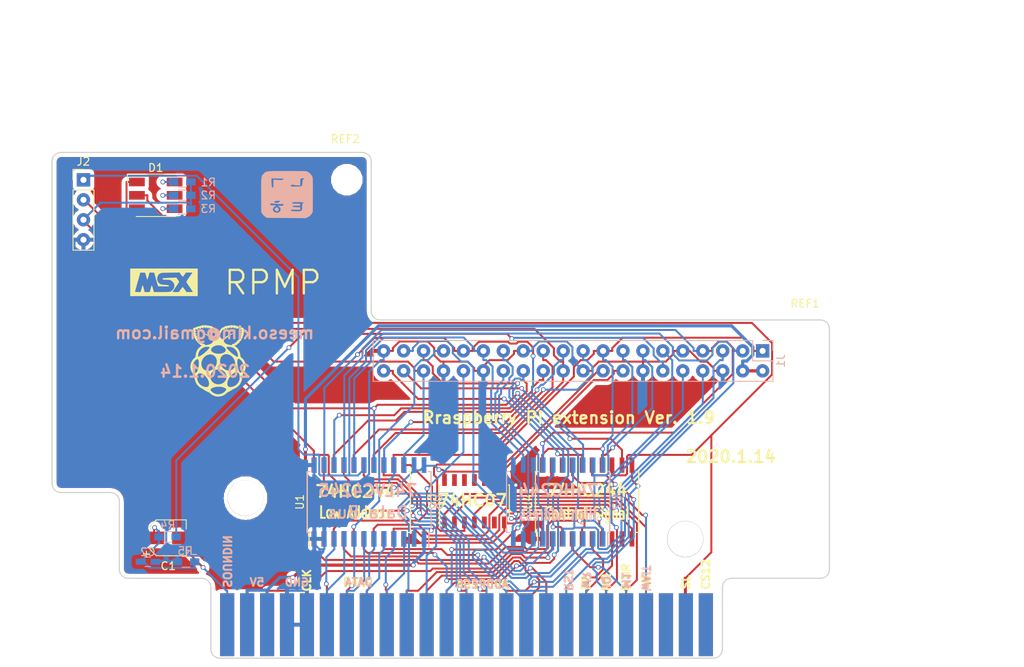
<source format=kicad_pcb>
(kicad_pcb (version 4) (host pcbnew 4.0.7)
  (layers (0 F.Cu mixed) (31 B.Cu mixed) (34 B.Paste user) (35 F.Paste user) (36 B.SilkS user) (37 F.SilkS user) (38 B.Mask user) (39 F.Mask user) (44 Edge.Cuts user))
  (net 0 "")
  (net 1 GND)
  (net 2 +5V)
  (net 3 /RD3)
  (net 4 /RD4)
  (net 5 /RD6)
  (net 6 /RD7)
  (net 7 /RD0)
  (net 8 /RD1)
  (net 9 /RD2)
  (net 10 /RD5)
  (net 11 /WAIT)
  (net 12 /INT)
  (net 13 /BUSDIR)
  (net 14 /IORQ)
  (net 15 /MREQ)
  (net 16 /WR)
  (net 17 /RD)
  (net 18 /RESET)
  (net 19 /A9)
  (net 20 /A15)
  (net 21 /A11)
  (net 22 /A10)
  (net 23 /A7)
  (net 24 /A6)
  (net 25 /A12)
  (net 26 /A8)
  (net 27 /A14)
  (net 28 /A13)
  (net 29 /A1)
  (net 30 /A0)
  (net 31 /A3)
  (net 32 /A2)
  (net 33 /A5)
  (net 34 /A4)
  (net 35 /D1)
  (net 36 /D0)
  (net 37 /D3)
  (net 38 /D2)
  (net 39 /D5)
  (net 40 /D4)
  (net 41 /D7)
  (net 42 /D6)
  (net 43 /CLK)
  (net 44 +3V3)
  (net 45 "Net-(P1-Pad5)")
  (net 46 "Net-(P1-Pad16)")
  (net 47 /RA8)
  (net 48 /RA11)
  (net 49 /RA15)
  (net 50 /RA12)
  (net 51 /RA13)
  (net 52 /RA14)
  (net 53 "Net-(P1-Pad1)")
  (net 54 "Net-(P1-Pad2)")
  (net 55 "Net-(P1-Pad3)")
  (net 56 /SLTSL)
  (net 57 "Net-(P1-Pad6)")
  (net 58 "Net-(P1-Pad44)")
  (net 59 "Net-(P1-Pad48)")
  (net 60 "Net-(P1-Pad50)")
  (net 61 /M1)
  (net 62 /RC17)
  (net 63 /RC18)
  (net 64 /RC27)
  (net 65 /RC23)
  (net 66 /RC24)
  (net 67 /RC19)
  (net 68 /RC26)
  (net 69 /SOUNDIN)
  (net 70 "Net-(D1-Pad4)")
  (net 71 "Net-(D1-Pad5)")
  (net 72 "Net-(D1-Pad6)")
  (net 73 /DAT_EN)
  (net 74 /DAT_DIR)
  (net 75 /RC21)
  (net 76 /ADDR)
  (net 77 "Net-(C1-Pad1)")
  (net 78 /RA10)
  (net 79 /RA9)
  (net 80 /RC20)
  (net 81 "Net-(U4-Pad9)")
  (net 82 "Net-(U4-Pad18)")
  (module Mounting_Holes:MountingHole_3mm (layer F.Cu) (at 142.248 53.129)
    (fp_text reference REF2 (at -0.198 -5.1865) (layer F.SilkS))
    (fp_text value MountingHole_3mm)
    (pad 1 np_thru_hole circle (at 0 0) (size 3 3) (drill 3) (layers *.Cu *.Mask))
  )
  (module Capacitors_SMD:CP_Elec_4x4.5 (layer F.Cu) (at 119.507 98.7425)
    (fp_text reference C1 (at 0 3.58 180) (layer F.SilkS))
    (fp_text value CP)
    (fp_text user + (at -2.78 1.99 180) (layer F.SilkS))
    (pad 1 smd rect (at -1.8 0 180) (size 2.6 1.6) (layers F.Cu F.Paste F.Mask) (net 77 "Net-(C1-Pad1)"))
    (pad 2 smd rect (at 1.8 0 180) (size 2.6 1.6) (layers F.Cu F.Paste F.Mask) (net 69 /SOUNDIN))
  )
  (module Capacitors_SMD:C_0603_HandSoldering (layer B.Cu) (at 116.904 101.79 180)
    (fp_text reference C2 (at 0 1.25 180) (layer B.SilkS) (effects (justify mirror)))
    (fp_text value C)
    (pad 1 smd rect (at -0.95 0 180) (size 1.2 0.75) (layers B.Cu B.Paste B.Mask) (net 1 GND))
    (pad 2 smd rect (at 0.95 0 180) (size 1.2 0.75) (layers B.Cu B.Paste B.Mask) (net 77 "Net-(C1-Pad1)"))
  )
  (module LEDs:LED_RGB_5050-6 (layer F.Cu) (at 117.92 55.118)
    (fp_text reference D1 (at 0 -3.5 180) (layer F.SilkS))
    (fp_text value LED_RGB)
    (pad 1 smd rect (at -2.4 -1.7 90) (size 1.1 2) (layers F.Cu F.Paste F.Mask) (net 73 /DAT_EN))
    (pad 2 smd rect (at -2.4 0 90) (size 1.1 2) (layers F.Cu F.Paste F.Mask) (net 56 /SLTSL))
    (pad 3 smd rect (at -2.4 1.7 90) (size 1.1 2) (layers F.Cu F.Paste F.Mask) (net 74 /DAT_DIR))
    (pad 4 smd rect (at 2.4 1.7 90) (size 1.1 2) (layers F.Cu F.Paste F.Mask) (net 70 "Net-(D1-Pad4)"))
    (pad 5 smd rect (at 2.4 0 90) (size 1.1 2) (layers F.Cu F.Paste F.Mask) (net 71 "Net-(D1-Pad5)"))
    (pad 6 smd rect (at 2.4 -1.7 90) (size 1.1 2) (layers F.Cu F.Paste F.Mask) (net 72 "Net-(D1-Pad6)"))
  )
  (module Resistors_SMD:R_0603_HandSoldering (layer B.Cu) (at 121.285 53.4035)
    (fp_text reference R1 (at 3.3225 0.0635) (layer B.SilkS) (effects (justify mirror)))
    (fp_text value R)
    (pad 1 smd rect (at -1.1 0) (size 1.2 0.9) (layers B.Cu B.Paste B.Mask) (net 72 "Net-(D1-Pad6)"))
    (pad 2 smd rect (at 1.1 0) (size 1.2 0.9) (layers B.Cu B.Paste B.Mask) (net 44 +3V3))
  )
  (module Resistors_SMD:R_0603_HandSoldering (layer B.Cu) (at 121.285 55.118)
    (fp_text reference R2 (at 3.3225 0) (layer B.SilkS) (effects (justify mirror)))
    (fp_text value R)
    (pad 1 smd rect (at -1.1 0) (size 1.2 0.9) (layers B.Cu B.Paste B.Mask) (net 71 "Net-(D1-Pad5)"))
    (pad 2 smd rect (at 1.1 0) (size 1.2 0.9) (layers B.Cu B.Paste B.Mask) (net 44 +3V3))
  )
  (module Resistors_SMD:R_0603_HandSoldering (layer B.Cu) (at 121.285 56.8325)
    (fp_text reference R3 (at 3.3225 0) (layer B.SilkS) (effects (justify mirror)))
    (fp_text value R)
    (pad 1 smd rect (at -1.1 0) (size 1.2 0.9) (layers B.Cu B.Paste B.Mask) (net 70 "Net-(D1-Pad4)"))
    (pad 2 smd rect (at 1.1 0) (size 1.2 0.9) (layers B.Cu B.Paste B.Mask) (net 44 +3V3))
  )
  (module Resistors_SMD:R_0603_HandSoldering (layer B.Cu) (at 119.423 98.6155)
    (fp_text reference R4 (at 0.0205 -1.524) (layer B.SilkS) (effects (justify mirror)))
    (fp_text value R)
    (pad 1 smd rect (at -1.1 0) (size 1.2 0.9) (layers B.Cu B.Paste B.Mask) (net 77 "Net-(C1-Pad1)"))
    (pad 2 smd rect (at 1.1 0) (size 1.2 0.9) (layers B.Cu B.Paste B.Mask) (net 63 /RC18))
  )
  (module Resistors_SMD:R_0603_HandSoldering (layer B.Cu) (at 121.772 101.79)
    (fp_text reference R5 (at -0.1065 -1.397) (layer B.SilkS) (effects (justify mirror)))
    (fp_text value R)
    (pad 1 smd rect (at -1.1 0) (size 1.2 0.9) (layers B.Cu B.Paste B.Mask) (net 1 GND))
    (pad 2 smd rect (at 1.1 0) (size 1.2 0.9) (layers B.Cu B.Paste B.Mask) (net 77 "Net-(C1-Pad1)"))
  )
  (module Housings_SOIC:SOIC-20W_7.5x12.8mm_Pitch1.27mm (layer F.Cu) (at 143.764 94.1715 90)
    (fp_text reference U1 (at 0 -7.5 90) (layer F.SilkS))
    (fp_text value 74HC244)
    (pad 1 smd rect (at -4.7 -5.715 90) (size 1.95 0.6) (layers F.Cu F.Paste F.Mask) (net 76 /ADDR))
    (pad 2 smd rect (at -4.7 -4.445 90) (size 1.95 0.6) (layers F.Cu F.Paste F.Mask) (net 26 /A8))
    (pad 3 smd rect (at -4.7 -3.175 90) (size 1.95 0.6) (layers F.Cu F.Paste F.Mask) (net 50 /RA12))
    (pad 4 smd rect (at -4.7 -1.905 90) (size 1.95 0.6) (layers F.Cu F.Paste F.Mask) (net 19 /A9))
    (pad 5 smd rect (at -4.7 -0.635 90) (size 1.95 0.6) (layers F.Cu F.Paste F.Mask) (net 51 /RA13))
    (pad 6 smd rect (at -4.7 0.635 90) (size 1.95 0.6) (layers F.Cu F.Paste F.Mask) (net 22 /A10))
    (pad 7 smd rect (at -4.7 1.905 90) (size 1.95 0.6) (layers F.Cu F.Paste F.Mask) (net 52 /RA14))
    (pad 8 smd rect (at -4.7 3.175 90) (size 1.95 0.6) (layers F.Cu F.Paste F.Mask) (net 21 /A11))
    (pad 9 smd rect (at -4.7 4.445 90) (size 1.95 0.6) (layers F.Cu F.Paste F.Mask) (net 49 /RA15))
    (pad 10 smd rect (at -4.7 5.715 90) (size 1.95 0.6) (layers F.Cu F.Paste F.Mask) (net 1 GND))
    (pad 11 smd rect (at 4.7 5.715 90) (size 1.95 0.6) (layers F.Cu F.Paste F.Mask) (net 20 /A15))
    (pad 12 smd rect (at 4.7 4.445 90) (size 1.95 0.6) (layers F.Cu F.Paste F.Mask) (net 48 /RA11))
    (pad 13 smd rect (at 4.7 3.175 90) (size 1.95 0.6) (layers F.Cu F.Paste F.Mask) (net 27 /A14))
    (pad 14 smd rect (at 4.7 1.905 90) (size 1.95 0.6) (layers F.Cu F.Paste F.Mask) (net 78 /RA10))
    (pad 15 smd rect (at 4.7 0.635 90) (size 1.95 0.6) (layers F.Cu F.Paste F.Mask) (net 28 /A13))
    (pad 16 smd rect (at 4.7 -0.635 90) (size 1.95 0.6) (layers F.Cu F.Paste F.Mask) (net 79 /RA9))
    (pad 17 smd rect (at 4.7 -1.905 90) (size 1.95 0.6) (layers F.Cu F.Paste F.Mask) (net 25 /A12))
    (pad 18 smd rect (at 4.7 -3.175 90) (size 1.95 0.6) (layers F.Cu F.Paste F.Mask) (net 47 /RA8))
    (pad 19 smd rect (at 4.7 -4.445 90) (size 1.95 0.6) (layers F.Cu F.Paste F.Mask) (net 76 /ADDR))
    (pad 20 smd rect (at 4.7 -5.715 90) (size 1.95 0.6) (layers F.Cu F.Paste F.Mask) (net 44 +3V3))
  )
  (module Housings_SOIC:SOIC-20W_7.5x12.8mm_Pitch1.27mm (layer B.Cu) (at 169.164 94.1715 90)
    (fp_text reference U2 (at 0 7.5 90) (layer B.SilkS) (effects (justify mirror)))
    (fp_text value 74HC244)
    (pad 1 smd rect (at -4.7 5.715 90) (size 1.95 0.6) (layers B.Cu B.Paste B.Mask) (net 76 /ADDR))
    (pad 2 smd rect (at -4.7 4.445 90) (size 1.95 0.6) (layers B.Cu B.Paste B.Mask) (net 24 /A6))
    (pad 3 smd rect (at -4.7 3.175 90) (size 1.95 0.6) (layers B.Cu B.Paste B.Mask) (net 9 /RD2))
    (pad 4 smd rect (at -4.7 1.905 90) (size 1.95 0.6) (layers B.Cu B.Paste B.Mask) (net 23 /A7))
    (pad 5 smd rect (at -4.7 0.635 90) (size 1.95 0.6) (layers B.Cu B.Paste B.Mask) (net 3 /RD3))
    (pad 6 smd rect (at -4.7 -0.635 90) (size 1.95 0.6) (layers B.Cu B.Paste B.Mask) (net 34 /A4))
    (pad 7 smd rect (at -4.7 -1.905 90) (size 1.95 0.6) (layers B.Cu B.Paste B.Mask) (net 7 /RD0))
    (pad 8 smd rect (at -4.7 -3.175 90) (size 1.95 0.6) (layers B.Cu B.Paste B.Mask) (net 33 /A5))
    (pad 9 smd rect (at -4.7 -4.445 90) (size 1.95 0.6) (layers B.Cu B.Paste B.Mask) (net 8 /RD1))
    (pad 10 smd rect (at -4.7 -5.715 90) (size 1.95 0.6) (layers B.Cu B.Paste B.Mask) (net 1 GND))
    (pad 11 smd rect (at 4.7 -5.715 90) (size 1.95 0.6) (layers B.Cu B.Paste B.Mask) (net 29 /A1))
    (pad 12 smd rect (at 4.7 -4.445 90) (size 1.95 0.6) (layers B.Cu B.Paste B.Mask) (net 10 /RD5))
    (pad 13 smd rect (at 4.7 -3.175 90) (size 1.95 0.6) (layers B.Cu B.Paste B.Mask) (net 30 /A0))
    (pad 14 smd rect (at 4.7 -1.905 90) (size 1.95 0.6) (layers B.Cu B.Paste B.Mask) (net 4 /RD4))
    (pad 15 smd rect (at 4.7 -0.635 90) (size 1.95 0.6) (layers B.Cu B.Paste B.Mask) (net 31 /A3))
    (pad 16 smd rect (at 4.7 0.635 90) (size 1.95 0.6) (layers B.Cu B.Paste B.Mask) (net 6 /RD7))
    (pad 17 smd rect (at 4.7 1.905 90) (size 1.95 0.6) (layers B.Cu B.Paste B.Mask) (net 32 /A2))
    (pad 18 smd rect (at 4.7 3.175 90) (size 1.95 0.6) (layers B.Cu B.Paste B.Mask) (net 5 /RD6))
    (pad 19 smd rect (at 4.7 4.445 90) (size 1.95 0.6) (layers B.Cu B.Paste B.Mask) (net 76 /ADDR))
    (pad 20 smd rect (at 4.7 5.715 90) (size 1.95 0.6) (layers B.Cu B.Paste B.Mask) (net 44 +3V3))
  )
  (module Housings_SOIC:SOIC-14_3.9x8.7mm_Pitch1.27mm (layer F.Cu) (at 158.496 94.0765 90)
    (fp_text reference U3 (at 0 -5.375 90) (layer F.SilkS))
    (fp_text value 74LS07)
    (pad 1 smd rect (at -2.7 -3.81 90) (size 1.5 0.6) (layers F.Cu F.Paste F.Mask) (net 65 /RC23))
    (pad 2 smd rect (at -2.7 -2.54 90) (size 1.5 0.6) (layers F.Cu F.Paste F.Mask) (net 12 /INT))
    (pad 3 smd rect (at -2.7 -1.27 90) (size 1.5 0.6) (layers F.Cu F.Paste F.Mask) (net 74 /DAT_DIR))
    (pad 4 smd rect (at -2.7 0 90) (size 1.5 0.6) (layers F.Cu F.Paste F.Mask) (net 13 /BUSDIR))
    (pad 5 smd rect (at -2.7 1.27 90) (size 1.5 0.6) (layers F.Cu F.Paste F.Mask))
    (pad 6 smd rect (at -2.7 2.54 90) (size 1.5 0.6) (layers F.Cu F.Paste F.Mask))
    (pad 7 smd rect (at -2.7 3.81 90) (size 1.5 0.6) (layers F.Cu F.Paste F.Mask) (net 1 GND))
    (pad 8 smd rect (at 2.7 3.81 90) (size 1.5 0.6) (layers F.Cu F.Paste F.Mask) (net 11 /WAIT))
    (pad 9 smd rect (at 2.7 2.54 90) (size 1.5 0.6) (layers F.Cu F.Paste F.Mask) (net 66 /RC24))
    (pad 10 smd rect (at 2.7 1.27 90) (size 1.5 0.6) (layers F.Cu F.Paste F.Mask))
    (pad 11 smd rect (at 2.7 0 90) (size 1.5 0.6) (layers F.Cu F.Paste F.Mask))
    (pad 12 smd rect (at 2.7 -1.27 90) (size 1.5 0.6) (layers F.Cu F.Paste F.Mask))
    (pad 13 smd rect (at 2.7 -2.54 90) (size 1.5 0.6) (layers F.Cu F.Paste F.Mask))
    (pad 14 smd rect (at 2.7 -3.81 90) (size 1.5 0.6) (layers F.Cu F.Paste F.Mask) (net 44 +3V3))
  )
  (module Housings_SOIC:SOIC-20W_7.5x12.8mm_Pitch1.27mm (layer F.Cu) (at 172.847 94.1715 90)
    (fp_text reference U4 (at 0 -7.5 90) (layer F.SilkS))
    (fp_text value 74HC244)
    (pad 1 smd rect (at -4.7 -5.715 90) (size 1.95 0.6) (layers F.Cu F.Paste F.Mask) (net 1 GND))
    (pad 2 smd rect (at -4.7 -4.445 90) (size 1.95 0.6) (layers F.Cu F.Paste F.Mask) (net 43 /CLK))
    (pad 3 smd rect (at -4.7 -3.175 90) (size 1.95 0.6) (layers F.Cu F.Paste F.Mask) (net 67 /RC19))
    (pad 4 smd rect (at -4.7 -1.905 90) (size 1.95 0.6) (layers F.Cu F.Paste F.Mask) (net 61 /M1))
    (pad 5 smd rect (at -4.7 -0.635 90) (size 1.95 0.6) (layers F.Cu F.Paste F.Mask) (net 68 /RC26))
    (pad 6 smd rect (at -4.7 0.635 90) (size 1.95 0.6) (layers F.Cu F.Paste F.Mask) (net 16 /WR))
    (pad 7 smd rect (at -4.7 1.905 90) (size 1.95 0.6) (layers F.Cu F.Paste F.Mask) (net 62 /RC17))
    (pad 8 smd rect (at -4.7 3.175 90) (size 1.95 0.6) (layers F.Cu F.Paste F.Mask) (net 17 /RD))
    (pad 9 smd rect (at -4.7 4.445 90) (size 1.95 0.6) (layers F.Cu F.Paste F.Mask) (net 81 "Net-(U4-Pad9)"))
    (pad 10 smd rect (at -4.7 5.715 90) (size 1.95 0.6) (layers F.Cu F.Paste F.Mask) (net 1 GND))
    (pad 11 smd rect (at 4.7 5.715 90) (size 1.95 0.6) (layers F.Cu F.Paste F.Mask) (net 18 /RESET))
    (pad 12 smd rect (at 4.7 4.445 90) (size 1.95 0.6) (layers F.Cu F.Paste F.Mask) (net 80 /RC20))
    (pad 13 smd rect (at 4.7 3.175 90) (size 1.95 0.6) (layers F.Cu F.Paste F.Mask) (net 56 /SLTSL))
    (pad 14 smd rect (at 4.7 1.905 90) (size 1.95 0.6) (layers F.Cu F.Paste F.Mask) (net 64 /RC27))
    (pad 15 smd rect (at 4.7 0.635 90) (size 1.95 0.6) (layers F.Cu F.Paste F.Mask) (net 15 /MREQ))
    (pad 16 smd rect (at 4.7 -0.635 90) (size 1.95 0.6) (layers F.Cu F.Paste F.Mask) (net 75 /RC21))
    (pad 17 smd rect (at 4.7 -1.905 90) (size 1.95 0.6) (layers F.Cu F.Paste F.Mask) (net 14 /IORQ))
    (pad 18 smd rect (at 4.7 -3.175 90) (size 1.95 0.6) (layers F.Cu F.Paste F.Mask) (net 82 "Net-(U4-Pad18)"))
    (pad 19 smd rect (at 4.7 -4.445 90) (size 1.95 0.6) (layers F.Cu F.Paste F.Mask) (net 1 GND))
    (pad 20 smd rect (at 4.7 -5.715 90) (size 1.95 0.6) (layers F.Cu F.Paste F.Mask) (net 44 +3V3))
  )
  (module Housings_SOIC:SOIC-24W_7.5x15.4mm_Pitch1.27mm (layer B.Cu) (at 145.098 94.1695 90)
    (fp_text reference U5 (at 0 8.8 90) (layer B.SilkS) (effects (justify mirror)))
    (fp_text value LVC4245)
    (pad 1 smd rect (at -4.7 6.985 90) (size 2 0.6) (layers B.Cu B.Paste B.Mask) (net 2 +5V))
    (pad 2 smd rect (at -4.7 5.715 90) (size 2 0.6) (layers B.Cu B.Paste B.Mask) (net 74 /DAT_DIR))
    (pad 3 smd rect (at -4.7 4.445 90) (size 2 0.6) (layers B.Cu B.Paste B.Mask) (net 35 /D1))
    (pad 4 smd rect (at -4.7 3.175 90) (size 2 0.6) (layers B.Cu B.Paste B.Mask) (net 36 /D0))
    (pad 5 smd rect (at -4.7 1.905 90) (size 2 0.6) (layers B.Cu B.Paste B.Mask) (net 37 /D3))
    (pad 6 smd rect (at -4.7 0.635 90) (size 2 0.6) (layers B.Cu B.Paste B.Mask) (net 38 /D2))
    (pad 7 smd rect (at -4.7 -0.635 90) (size 2 0.6) (layers B.Cu B.Paste B.Mask) (net 39 /D5))
    (pad 8 smd rect (at -4.7 -1.905 90) (size 2 0.6) (layers B.Cu B.Paste B.Mask) (net 40 /D4))
    (pad 9 smd rect (at -4.7 -3.175 90) (size 2 0.6) (layers B.Cu B.Paste B.Mask) (net 41 /D7))
    (pad 10 smd rect (at -4.7 -4.445 90) (size 2 0.6) (layers B.Cu B.Paste B.Mask) (net 42 /D6))
    (pad 11 smd rect (at -4.7 -5.715 90) (size 2 0.6) (layers B.Cu B.Paste B.Mask) (net 1 GND))
    (pad 12 smd rect (at -4.7 -6.985 90) (size 2 0.6) (layers B.Cu B.Paste B.Mask) (net 1 GND))
    (pad 13 smd rect (at 4.7 -6.985 90) (size 2 0.6) (layers B.Cu B.Paste B.Mask) (net 1 GND))
    (pad 14 smd rect (at 4.7 -5.715 90) (size 2 0.6) (layers B.Cu B.Paste B.Mask) (net 5 /RD6))
    (pad 15 smd rect (at 4.7 -4.445 90) (size 2 0.6) (layers B.Cu B.Paste B.Mask) (net 6 /RD7))
    (pad 16 smd rect (at 4.7 -3.175 90) (size 2 0.6) (layers B.Cu B.Paste B.Mask) (net 4 /RD4))
    (pad 17 smd rect (at 4.7 -1.905 90) (size 2 0.6) (layers B.Cu B.Paste B.Mask) (net 10 /RD5))
    (pad 18 smd rect (at 4.7 -0.635 90) (size 2 0.6) (layers B.Cu B.Paste B.Mask) (net 9 /RD2))
    (pad 19 smd rect (at 4.7 0.635 90) (size 2 0.6) (layers B.Cu B.Paste B.Mask) (net 3 /RD3))
    (pad 20 smd rect (at 4.7 1.905 90) (size 2 0.6) (layers B.Cu B.Paste B.Mask) (net 7 /RD0))
    (pad 21 smd rect (at 4.7 3.175 90) (size 2 0.6) (layers B.Cu B.Paste B.Mask) (net 8 /RD1))
    (pad 22 smd rect (at 4.7 4.445 90) (size 2 0.6) (layers B.Cu B.Paste B.Mask) (net 73 /DAT_EN))
    (pad 23 smd rect (at 4.7 5.715 90) (size 2 0.6) (layers B.Cu B.Paste B.Mask) (net 44 +3V3))
    (pad 24 smd rect (at 4.7 6.985 90) (size 2 0.6) (layers B.Cu B.Paste B.Mask) (net 44 +3V3))
  )
  (module Socket_Strips:Socket_Strip_Straight_2x20_Pitch2.54mm (layer B.Cu) (at 195.199 74.93 90)
    (fp_text reference J1 (at -1.27 2.33 90) (layer B.SilkS) (effects (justify mirror)))
    (fp_text value RPi_GPIO)
    (pad 1 thru_hole rect (at 0 0 90) (size 1.7 1.7) (drill 0.773) (layers *.Cu *.Mask) (net 44 +3V3))
    (pad 2 thru_hole oval (at -2.54 0 90) (size 1.7 1.7) (drill 0.773) (layers *.Cu *.Mask) (net 2 +5V))
    (pad 3 thru_hole oval (at 0 -2.54 90) (size 1.7 1.7) (drill 0.773) (layers *.Cu *.Mask) (net 9 /RD2))
    (pad 4 thru_hole oval (at -2.54 -2.54 90) (size 1.7 1.7) (drill 0.773) (layers *.Cu *.Mask) (net 2 +5V))
    (pad 5 thru_hole oval (at 0 -5.08 90) (size 1.7 1.7) (drill 0.773) (layers *.Cu *.Mask) (net 3 /RD3))
    (pad 6 thru_hole oval (at -2.54 -5.08 90) (size 1.7 1.7) (drill 0.773) (layers *.Cu *.Mask) (net 1 GND))
    (pad 7 thru_hole oval (at 0 -7.62 90) (size 1.7 1.7) (drill 0.773) (layers *.Cu *.Mask) (net 4 /RD4))
    (pad 8 thru_hole oval (at -2.54 -7.62 90) (size 1.7 1.7) (drill 0.773) (layers *.Cu *.Mask) (net 52 /RA14))
    (pad 9 thru_hole oval (at 0 -10.16 90) (size 1.7 1.7) (drill 0.773) (layers *.Cu *.Mask) (net 1 GND))
    (pad 10 thru_hole oval (at -2.54 -10.16 90) (size 1.7 1.7) (drill 0.773) (layers *.Cu *.Mask) (net 49 /RA15))
    (pad 11 thru_hole oval (at 0 -12.7 90) (size 1.7 1.7) (drill 0.773) (layers *.Cu *.Mask) (net 62 /RC17))
    (pad 12 thru_hole oval (at -2.54 -12.7 90) (size 1.7 1.7) (drill 0.773) (layers *.Cu *.Mask) (net 63 /RC18))
    (pad 13 thru_hole oval (at 0 -15.24 90) (size 1.7 1.7) (drill 0.773) (layers *.Cu *.Mask) (net 64 /RC27))
    (pad 14 thru_hole oval (at -2.54 -15.24 90) (size 1.7 1.7) (drill 0.773) (layers *.Cu *.Mask) (net 1 GND))
    (pad 15 thru_hole oval (at 0 -17.78 90) (size 1.7 1.7) (drill 0.773) (layers *.Cu *.Mask) (net 76 /ADDR))
    (pad 16 thru_hole oval (at -2.54 -17.78 90) (size 1.7 1.7) (drill 0.773) (layers *.Cu *.Mask) (net 65 /RC23))
    (pad 17 thru_hole oval (at 0 -20.32 90) (size 1.7 1.7) (drill 0.773) (layers *.Cu *.Mask) (net 44 +3V3))
    (pad 18 thru_hole oval (at -2.54 -20.32 90) (size 1.7 1.7) (drill 0.773) (layers *.Cu *.Mask) (net 66 /RC24))
    (pad 19 thru_hole oval (at 0 -22.86 90) (size 1.7 1.7) (drill 0.773) (layers *.Cu *.Mask) (net 78 /RA10))
    (pad 20 thru_hole oval (at -2.54 -22.86 90) (size 1.7 1.7) (drill 0.773) (layers *.Cu *.Mask) (net 1 GND))
    (pad 21 thru_hole oval (at 0 -25.4 90) (size 1.7 1.7) (drill 0.773) (layers *.Cu *.Mask) (net 79 /RA9))
    (pad 22 thru_hole oval (at -2.54 -25.4 90) (size 1.7 1.7) (drill 0.773) (layers *.Cu *.Mask) (net 74 /DAT_DIR))
    (pad 23 thru_hole oval (at 0 -27.94 90) (size 1.7 1.7) (drill 0.773) (layers *.Cu *.Mask) (net 48 /RA11))
    (pad 24 thru_hole oval (at -2.54 -27.94 90) (size 1.7 1.7) (drill 0.773) (layers *.Cu *.Mask) (net 47 /RA8))
    (pad 25 thru_hole oval (at 0 -30.48 90) (size 1.7 1.7) (drill 0.773) (layers *.Cu *.Mask) (net 1 GND))
    (pad 26 thru_hole oval (at -2.54 -30.48 90) (size 1.7 1.7) (drill 0.773) (layers *.Cu *.Mask) (net 6 /RD7))
    (pad 27 thru_hole oval (at 0 -33.02 90) (size 1.7 1.7) (drill 0.773) (layers *.Cu *.Mask) (net 7 /RD0))
    (pad 28 thru_hole oval (at -2.54 -33.02 90) (size 1.7 1.7) (drill 0.773) (layers *.Cu *.Mask) (net 8 /RD1))
    (pad 29 thru_hole oval (at 0 -35.56 90) (size 1.7 1.7) (drill 0.773) (layers *.Cu *.Mask) (net 10 /RD5))
    (pad 30 thru_hole oval (at -2.54 -35.56 90) (size 1.7 1.7) (drill 0.773) (layers *.Cu *.Mask) (net 1 GND))
    (pad 31 thru_hole oval (at 0 -38.1 90) (size 1.7 1.7) (drill 0.773) (layers *.Cu *.Mask) (net 5 /RD6))
    (pad 32 thru_hole oval (at -2.54 -38.1 90) (size 1.7 1.7) (drill 0.773) (layers *.Cu *.Mask) (net 50 /RA12))
    (pad 33 thru_hole oval (at 0 -40.64 90) (size 1.7 1.7) (drill 0.773) (layers *.Cu *.Mask) (net 51 /RA13))
    (pad 34 thru_hole oval (at -2.54 -40.64 90) (size 1.7 1.7) (drill 0.773) (layers *.Cu *.Mask) (net 1 GND))
    (pad 35 thru_hole oval (at 0 -43.18 90) (size 1.7 1.7) (drill 0.773) (layers *.Cu *.Mask) (net 67 /RC19))
    (pad 36 thru_hole oval (at -2.54 -43.18 90) (size 1.7 1.7) (drill 0.773) (layers *.Cu *.Mask) (net 73 /DAT_EN))
    (pad 37 thru_hole oval (at 0 -45.72 90) (size 1.7 1.7) (drill 0.773) (layers *.Cu *.Mask) (net 68 /RC26))
    (pad 38 thru_hole oval (at -2.54 -45.72 90) (size 1.7 1.7) (drill 0.773) (layers *.Cu *.Mask) (net 80 /RC20))
    (pad 39 thru_hole oval (at 0 -48.26 90) (size 1.7 1.7) (drill 0.773) (layers *.Cu *.Mask) (net 1 GND))
    (pad 40 thru_hole oval (at -2.54 -48.26 90) (size 1.7 1.7) (drill 0.773) (layers *.Cu *.Mask) (net 75 /RC21))
  )
  (module MSX:card_edge_connector (layer F.Cu) (at 156.233 106.652)
    (fp_text reference P1 hide)
    (fp_text value CONN_02X25)
    (pad "" np_thru_hole circle (at 29.12364 -7.78256) (size 4.5 4.5) (drill 4.5) (layers *.Cu *.Mask F.SilkS) (clearance 0.5))
    (pad 1 connect rect (at 31.73984 3.14744) (size 1.8 8) (layers B.Cu B.Mask) (net 53 "Net-(P1-Pad1)"))
    (pad 2 connect rect (at 31.73984 3.14744) (size 1.8 8) (layers F.Cu F.Mask) (net 54 "Net-(P1-Pad2)"))
    (pad 3 connect rect (at 29.19984 3.14744) (size 1.8 8) (layers B.Cu B.Mask) (net 55 "Net-(P1-Pad3)"))
    (pad 4 connect rect (at 29.19984 3.14744) (size 1.8 8) (layers F.Cu F.Mask) (net 56 /SLTSL))
    (pad 5 connect rect (at 26.65984 3.14744) (size 1.8 8) (layers B.Cu B.Mask) (net 45 "Net-(P1-Pad5)"))
    (pad 6 connect rect (at 26.65984 3.14744) (size 1.8 8) (layers F.Cu F.Mask) (net 57 "Net-(P1-Pad6)"))
    (pad 7 connect rect (at 24.11984 3.14744) (size 1.8 8) (layers B.Cu B.Mask) (net 11 /WAIT))
    (pad 8 connect rect (at 24.11984 3.14744) (size 1.8 8) (layers F.Cu F.Mask) (net 12 /INT))
    (pad 9 connect rect (at 21.57984 3.14744) (size 1.8 8) (layers B.Cu B.Mask) (net 61 /M1))
    (pad 10 connect rect (at 21.57984 3.14744) (size 1.8 8) (layers F.Cu F.Mask) (net 13 /BUSDIR))
    (pad 11 connect rect (at 19.03984 3.14744) (size 1.8 8) (layers B.Cu B.Mask) (net 14 /IORQ))
    (pad 12 connect rect (at 19.03984 3.14744) (size 1.8 8) (layers F.Cu F.Mask) (net 15 /MREQ))
    (pad 13 connect rect (at 16.49984 3.14744) (size 1.8 8) (layers B.Cu B.Mask) (net 16 /WR))
    (pad 14 connect rect (at 16.49984 3.14744) (size 1.8 8) (layers F.Cu F.Mask) (net 17 /RD))
    (pad 15 connect rect (at 13.95984 3.14744) (size 1.8 8) (layers B.Cu B.Mask) (net 18 /RESET))
    (pad 16 connect rect (at 13.95984 3.14744) (size 1.8 8) (layers F.Cu F.Mask) (net 46 "Net-(P1-Pad16)"))
    (pad 17 connect rect (at 11.41984 3.14744) (size 1.8 8) (layers B.Cu B.Mask) (net 19 /A9))
    (pad 18 connect rect (at 11.41984 3.14744) (size 1.8 8) (layers F.Cu F.Mask) (net 20 /A15))
    (pad 19 connect rect (at 8.87984 3.14744) (size 1.8 8) (layers B.Cu B.Mask) (net 21 /A11))
    (pad 20 connect rect (at 8.87984 3.14744) (size 1.8 8) (layers F.Cu F.Mask) (net 22 /A10))
    (pad 21 connect rect (at 6.33984 3.14744) (size 1.8 8) (layers B.Cu B.Mask) (net 23 /A7))
    (pad 22 connect rect (at 6.33984 3.14744) (size 1.8 8) (layers F.Cu F.Mask) (net 24 /A6))
    (pad 23 connect rect (at 3.79984 3.14744) (size 1.8 8) (layers B.Cu B.Mask) (net 25 /A12))
    (pad 24 connect rect (at 3.79984 3.14744) (size 1.8 8) (layers F.Cu F.Mask) (net 26 /A8))
    (pad 25 connect rect (at 1.25984 3.14744) (size 1.8 8) (layers B.Cu B.Mask) (net 27 /A14))
    (pad 26 connect rect (at 1.25984 3.14744) (size 1.8 8) (layers F.Cu F.Mask) (net 28 /A13))
    (pad 27 connect rect (at -1.28016 3.14744) (size 1.8 8) (layers B.Cu B.Mask) (net 29 /A1))
    (pad 28 connect rect (at -1.28016 3.14744) (size 1.8 8) (layers F.Cu F.Mask) (net 30 /A0))
    (pad 29 connect rect (at -3.82016 3.14744) (size 1.8 8) (layers B.Cu B.Mask) (net 31 /A3))
    (pad 30 connect rect (at -3.82016 3.14744) (size 1.8 8) (layers F.Cu F.Mask) (net 32 /A2))
    (pad 31 connect rect (at -6.36016 3.14744) (size 1.8 8) (layers B.Cu B.Mask) (net 33 /A5))
    (pad 32 connect rect (at -6.36016 3.14744) (size 1.8 8) (layers F.Cu F.Mask) (net 34 /A4))
    (pad 33 connect rect (at -8.90016 3.14744) (size 1.8 8) (layers B.Cu B.Mask) (net 35 /D1))
    (pad 34 connect rect (at -8.90016 3.14744) (size 1.8 8) (layers F.Cu F.Mask) (net 36 /D0))
    (pad 35 connect rect (at -11.44016 3.14744) (size 1.8 8) (layers B.Cu B.Mask) (net 37 /D3))
    (pad 36 connect rect (at -11.44016 3.14744) (size 1.8 8) (layers F.Cu F.Mask) (net 38 /D2))
    (pad 37 connect rect (at -13.98016 3.14744) (size 1.8 8) (layers B.Cu B.Mask) (net 39 /D5))
    (pad 38 connect rect (at -13.98016 3.14744) (size 1.8 8) (layers F.Cu F.Mask) (net 40 /D4))
    (pad 39 connect rect (at -16.52016 3.14744) (size 1.8 8) (layers B.Cu B.Mask) (net 41 /D7))
    (pad 40 connect rect (at -16.52016 3.14744) (size 1.8 8) (layers F.Cu F.Mask) (net 42 /D6))
    (pad 41 connect rect (at -19.06016 3.14744) (size 1.8 8) (layers B.Cu B.Mask) (net 1 GND))
    (pad 42 connect rect (at -19.06016 3.14744) (size 1.8 8) (layers F.Cu F.Mask) (net 43 /CLK))
    (pad 43 connect rect (at -21.60016 3.14744) (size 1.8 8) (layers B.Cu B.Mask) (net 1 GND))
    (pad 44 connect rect (at -21.60524 2.65468) (size 1.8 7) (layers F.Cu F.Mask) (net 58 "Net-(P1-Pad44)"))
    (pad 45 connect rect (at -24.14016 3.14744) (size 1.8 8) (layers B.Cu B.Mask) (net 2 +5V))
    (pad 46 connect rect (at -24.14016 3.14744) (size 1.8 8) (layers F.Cu F.Mask) (net 58 "Net-(P1-Pad44)"))
    (pad 47 connect rect (at -26.68016 3.14744) (size 1.8 8) (layers B.Cu B.Mask) (net 2 +5V))
    (pad 48 connect rect (at -26.68016 3.14744) (size 1.8 8) (layers F.Cu F.Mask) (net 59 "Net-(P1-Pad48)"))
    (pad 49 connect rect (at -29.22016 3.14744) (size 1.8 8) (layers B.Cu B.Mask) (net 69 /SOUNDIN))
    (pad 50 connect rect (at -29.22016 3.14744) (size 1.8 8) (layers F.Cu F.Mask) (net 60 "Net-(P1-Pad50)"))
    (pad "" np_thru_hole circle (at -26.87574 -12.98448) (size 4.5 4.5) (drill 4.5) (layers *.Cu *.Mask F.SilkS) (clearance 0.5))
  )
  (module Mounting_Holes:MountingHole_3mm (layer F.Cu) (at 200.279 76.1365)
    (fp_text reference REF1 (at 0.3175 -7.239) (layer F.SilkS))
    (fp_text value MountingHole_3mm)
    (pad 1 np_thru_hole circle (at 0 0) (size 3 3) (drill 3) (layers *.Cu *.Mask))
  )
  (module Pin_Headers:Pin_Header_Straight_1x04_Pitch2.54mm (layer F.Cu) (at 108.712 53.1495)
    (fp_text reference J2 (at 0 -2.33) (layer F.SilkS))
    (fp_text value Conn_01x04)
    (pad 1 thru_hole rect (at 0 0) (size 1.7 1.7) (drill 0.773) (layers *.Cu *.Mask) (net 9 /RD2))
    (pad 2 thru_hole oval (at 0 2.54) (size 1.7 1.7) (drill 0.773) (layers *.Cu *.Mask) (net 3 /RD3))
    (pad 3 thru_hole oval (at 0 5.08) (size 1.7 1.7) (drill 0.773) (layers *.Cu *.Mask) (net 44 +3V3))
    (pad 4 thru_hole oval (at 0 7.62) (size 1.7 1.7) (drill 0.773) (layers *.Cu *.Mask) (net 1 GND))
  )
  (module MSX:msxlogo (layer F.Cu) (at 118.9355 66.167)
    (fp_text reference G*** hide)
    (fp_text value LOGO hide)
  )
  (module MSX:raspberry_pi_logo (layer F.Cu) (at 125.857 76.2)
    (fp_text reference G*** hide)
    (fp_text value LOGO hide)
  )
  (module MSX:srxg10 (layer B.Cu) (at 134.6835 55.372 180)
    (fp_text reference G*** hide)
    (fp_text value LOGO hide)
  )
  (gr_text RPMP (at 132.842 66.2305) (layer F.SilkS) (effects (font (size 3 3) (thickness 0.3))))
  (gr_arc (start 144.2085 50.8) (end 144.2085 49.657) (angle 90) (layer Edge.Cuts) (width 0.15))
  (gr_arc (start 146.4945 69.85) (end 146.4945 70.993) (angle 90) (layer Edge.Cuts) (width 0.15))
  (gr_arc (start 202.565 72.136) (end 202.565 70.993) (angle 90) (layer Edge.Cuts) (width 0.15))
  (gr_line (start 145.3515 69.85) (end 145.3515 50.8) (angle 90) (layer Edge.Cuts) (width 0.15))
  (gr_line (start 202.565 70.993) (end 146.4945 70.993) (angle 90) (layer Edge.Cuts) (width 0.15))
  (gr_arc (start 112.141 94.107) (end 112.141 92.964) (angle 90) (layer Edge.Cuts) (width 0.15))
  (gr_arc (start 105.8545 91.821) (end 105.8545 92.964) (angle 90) (layer Edge.Cuts) (width 0.15))
  (gr_line (start 105.8545 92.964) (end 112.141 92.964) (layer Edge.Cuts) (width 0.15))
  (gr_line (start 104.7115 50.8) (end 104.7115 91.821) (angle 90) (layer Edge.Cuts) (width 0.15))
  (gr_text 2020.1.14 (at 191.135 88.392) (layer F.SilkS) (effects (font (size 1.5 1.5) (thickness 0.3))))
  (gr_text 74HC07 (at 158.242 93.98) (layer F.SilkS) (effects (font (size 1.5 1.5) (thickness 0.3))))
  (gr_text "Control Signal" (at 172.847 95.631) (layer F.SilkS) (effects (font (size 1.5 1) (thickness 0.25))))
  (gr_text "Low Address" (at 143.383 95.504) (layer F.SilkS) (effects (font (size 1.5 1) (thickness 0.25))))
  (gr_text "Data Bus" (at 144.907 95.504) (layer B.SilkS) (effects (font (size 1.5 1.5) (thickness 0.25)) (justify mirror)))
  (gr_text "High Address" (at 169.164 95.758) (layer B.SilkS) (effects (font (size 1.5 1) (thickness 0.25)) (justify mirror)))
  (gr_text 74HC244 (at 172.847 92.71) (layer F.SilkS) (effects (font (size 1.5 1.5) (thickness 0.3))))
  (gr_text SOUNDIN (at 127 101.727 270) (layer B.SilkS) (effects (font (size 1 1) (thickness 0.25)) (justify mirror)))
  (gr_text 74HC244 (at 143.383 92.837) (layer F.SilkS) (effects (font (size 1.5 1.5) (thickness 0.3))))
  (gr_text 74LVC4245 (at 144.907 92.71) (layer B.SilkS) (effects (font (size 1.5 1.5) (thickness 0.3)) (justify mirror)))
  (gr_text 74HC244 (at 169.164 92.71) (layer B.SilkS) (effects (font (size 1.5 1.5) (thickness 0.3)) (justify mirror)))
  (gr_text ADDRESS (at 159.512 104.648) (layer B.SilkS) (effects (font (size 1 1) (thickness 0.25)) (justify mirror)))
  (gr_text DATA (at 143.764 104.394) (layer B.SilkS) (effects (font (size 1 1) (thickness 0.25)) (justify mirror)))
  (gr_line (start 124.9426 112.9157) (end 124.9426 105.0417) (layer Edge.Cuts) (width 0.15))
  (gr_line (start 114.427 103.886) (end 123.7996 103.8987) (layer Edge.Cuts) (width 0.15))
  (gr_arc (start 114.427 102.743) (end 114.427 103.886) (angle 90) (layer Edge.Cuts) (width 0.15))
  (gr_arc (start 123.7996 105.0417) (end 123.7996 103.8987) (angle 90) (layer Edge.Cuts) (width 0.15))
  (gr_line (start 191.2239 103.886) (end 202.565 103.886) (layer Edge.Cuts) (width 0.15))
  (gr_arc (start 202.565 102.743) (end 202.565 103.886) (angle -90) (layer Edge.Cuts) (width 0.15))
  (gr_line (start 190.0809 112.9157) (end 190.0809 105.029) (layer Edge.Cuts) (width 0.15))
  (gr_arc (start 191.2239 105.029) (end 191.2239 103.886) (angle -90) (layer Edge.Cuts) (width 0.15))
  (gr_text 2020.1.14 (at 124.206 77.5335) (layer B.SilkS) (effects (font (size 1.5 1.5) (thickness 0.3)) (justify mirror)))
  (gr_text CLK (at 137.16 104.14 90) (layer F.SilkS) (effects (font (size 1 1) (thickness 0.25))))
  (gr_text CS12 (at 187.96 103.378 90) (layer F.SilkS) (effects (font (size 1 1) (thickness 0.25))))
  (gr_text 5V (at 130.81 104.394) (layer B.SilkS) (effects (font (size 1 1) (thickness 0.25)) (justify mirror)))
  (gr_text GND (at 135.89 104.394) (layer B.SilkS) (effects (font (size 1 1) (thickness 0.25)) (justify mirror)))
  (gr_text DATA (at 143.51 104.394) (layer F.SilkS) (effects (font (size 1 1) (thickness 0.25))))
  (gr_text ADDRESS (at 159.512 104.648) (layer F.SilkS) (effects (font (size 1 1) (thickness 0.25))))
  (gr_text WR (at 172.72 104.14 270) (layer B.SilkS) (effects (font (size 1 1) (thickness 0.25)) (justify mirror)))
  (gr_text IQ (at 175.26 104.394 270) (layer B.SilkS) (effects (font (size 1 1) (thickness 0.25)) (justify mirror)))
  (gr_text M1 (at 177.8 104.14 270) (layer B.SilkS) (effects (font (size 1 1) (thickness 0.25)) (justify mirror)))
  (gr_text WAIT (at 180.34 103.886 270) (layer B.SilkS) (effects (font (size 1 1) (thickness 0.25)) (justify mirror)))
  (gr_text INT (at 180.34 104.394 90) (layer F.SilkS) (effects (font (size 1 1) (thickness 0.25))))
  (gr_text RST (at 170.434 104.14 270) (layer B.SilkS) (effects (font (size 1 1) (thickness 0.25)) (justify mirror)))
  (gr_text MQ (at 175.26 104.394 90) (layer F.SilkS) (effects (font (size 1 1) (thickness 0.25))))
  (gr_text RD (at 172.72 104.394 90) (layer F.SilkS) (effects (font (size 1 1) (thickness 0.25))))
  (gr_text SL (at 185.42 104.394 90) (layer F.SilkS) (effects (font (size 1 1) (thickness 0.25))))
  (gr_text BDIR (at 177.8 103.759 90) (layer F.SilkS) (effects (font (size 1 1) (thickness 0.25))))
  (gr_text meeso.kim@gmail.com (at 125.4125 72.644) (layer B.SilkS) (effects (font (size 1.5 1.5) (thickness 0.3)) (justify mirror)))
  (gr_text "Rraspberry Pi extension Ver. 1.9" (at 170.4975 83.439) (layer F.SilkS) (effects (font (size 1.5 1.5) (thickness 0.3))))
  (gr_circle (center 129.3368 93.6879) (end 130.9878 95.1611) (layer Edge.Cuts) (width 0.15))
  (gr_circle (center 185.3438 98.8949) (end 187.1472 100.2538) (layer Edge.Cuts) (width 0.15))
  (gr_arc (start 105.8545 50.8) (end 104.7115 50.8) (angle 90) (layer Edge.Cuts) (width 0.15))
  (gr_arc (start 188.9379 112.9157) (end 188.9379 114.0587) (angle -90) (layer Edge.Cuts) (width 0.15))
  (gr_arc (start 126.0856 112.9157) (end 126.0856 114.0587) (angle 90) (layer Edge.Cuts) (width 0.15))
  (gr_line (start 203.708 102.743) (end 203.708 72.13) (angle 90) (layer Edge.Cuts) (width 0.15))
  (gr_line (start 126.0856 114.0587) (end 188.9379 114.0587) (angle 90) (layer Edge.Cuts) (width 0.15))
  (gr_line (start 113.284 94.1) (end 113.284 102.743) (angle 90) (layer Edge.Cuts) (width 0.15))
  (gr_line (start 144.2 49.657) (end 105.86 49.657) (angle 90) (layer Edge.Cuts) (width 0.15))
  (via (at 163.7624 92.0263) (size 0.6) (layers F.Cu B.Cu) (net 1))
  (via (at 163.7624 95.6835) (size 0.6) (layers F.Cu B.Cu) (net 1))
  (segment (start 190.119 77.47) (end 188.9437 77.47) (width 0.25) (layer F.Cu) (net 1))
  (segment (start 185.039 74.93) (end 185.9167 74.93) (width 0.25) (layer F.Cu) (net 1))
  (segment (start 187.2814 76.2947) (end 185.9167 74.93) (width 0.25) (layer F.Cu) (net 1))
  (segment (start 188.1358 76.2947) (end 187.2814 76.2947) (width 0.25) (layer F.Cu) (net 1))
  (segment (start 188.9437 77.1026) (end 188.1358 76.2947) (width 0.25) (layer F.Cu) (net 1))
  (segment (start 188.9437 77.47) (end 188.9437 77.1026) (width 0.25) (layer F.Cu) (net 1))
  (segment (start 159.639 77.47) (end 159.639 78.6453) (width 0.25) (layer B.Cu) (net 1))
  (segment (start 167.132 98.8715) (end 167.132 97.5712) (width 0.25) (layer F.Cu) (net 1))
  (segment (start 117.854 101.79) (end 118.7793 101.79) (width 0.25) (layer B.Cu) (net 1))
  (segment (start 107.569 60.706) (end 107.569 61.8813) (width 0.25) (layer B.Cu) (net 1))
  (segment (start 168.402 89.4715) (end 168.402 90.7718) (width 0.25) (layer F.Cu) (net 1))
  (segment (start 178.562 98.8715) (end 178.562 97.5712) (width 0.25) (layer F.Cu) (net 1))
  (segment (start 167.1475 92.0263) (end 163.7624 92.0263) (width 0.25) (layer F.Cu) (net 1))
  (segment (start 168.402 90.7718) (end 167.1475 92.0263) (width 0.25) (layer F.Cu) (net 1))
  (segment (start 166.3697 96.8089) (end 167.132 97.5712) (width 0.25) (layer F.Cu) (net 1))
  (segment (start 163.812 96.8089) (end 166.3697 96.8089) (width 0.25) (layer F.Cu) (net 1))
  (segment (start 163.7182 96.9027) (end 163.812 96.8089) (width 0.25) (layer F.Cu) (net 1))
  (segment (start 162.7622 96.9027) (end 163.7182 96.9027) (width 0.25) (layer F.Cu) (net 1))
  (segment (start 162.5746 96.7151) (end 162.7622 96.9027) (width 0.25) (layer F.Cu) (net 1))
  (segment (start 159.639 87.9029) (end 163.7624 92.0263) (width 0.25) (layer B.Cu) (net 1))
  (segment (start 159.639 78.6453) (end 159.639 87.9029) (width 0.25) (layer B.Cu) (net 1))
  (segment (start 163.7175 95.6386) (end 163.7624 95.6835) (width 0.25) (layer F.Cu) (net 1))
  (segment (start 162.9195 95.6386) (end 163.7175 95.6386) (width 0.25) (layer F.Cu) (net 1))
  (segment (start 162.5746 95.9835) (end 162.9195 95.6386) (width 0.25) (layer F.Cu) (net 1))
  (segment (start 162.5746 96.7151) (end 162.5746 95.9835) (width 0.25) (layer F.Cu) (net 1))
  (segment (start 163.7624 92.0263) (end 163.7624 95.6835) (width 0.25) (layer B.Cu) (net 1))
  (segment (start 163.8441 95.7652) (end 163.7624 95.6835) (width 0.25) (layer B.Cu) (net 1))
  (segment (start 163.8441 96.7767) (end 163.8441 95.7652) (width 0.25) (layer B.Cu) (net 1))
  (segment (start 163.367 97.2538) (end 163.8441 96.7767) (width 0.25) (layer B.Cu) (net 1))
  (segment (start 163.367 98.7895) (end 163.367 97.2538) (width 0.25) (layer B.Cu) (net 1))
  (segment (start 163.449 98.8715) (end 163.367 98.7895) (width 0.25) (layer B.Cu) (net 1))
  (segment (start 177.0206 96.0298) (end 178.562 97.5712) (width 0.25) (layer F.Cu) (net 1))
  (segment (start 175.0871 96.0298) (end 177.0206 96.0298) (width 0.25) (layer F.Cu) (net 1))
  (segment (start 174.4775 95.4202) (end 175.0871 96.0298) (width 0.25) (layer F.Cu) (net 1))
  (segment (start 164.0257 95.4202) (end 174.4775 95.4202) (width 0.25) (layer F.Cu) (net 1))
  (segment (start 163.7624 95.6835) (end 164.0257 95.4202) (width 0.25) (layer F.Cu) (net 1))
  (segment (start 134.6328 109.7994) (end 134.6328 105.4741) (width 0.25) (layer B.Cu) (net 1))
  (segment (start 137.1728 109.7994) (end 137.1728 105.4741) (width 0.25) (layer B.Cu) (net 1))
  (segment (start 162.5132 96.7765) (end 162.5746 96.7151) (width 0.25) (layer F.Cu) (net 1))
  (segment (start 162.306 96.7765) (end 162.5132 96.7765) (width 0.25) (layer F.Cu) (net 1))
  (segment (start 162.306 96.7765) (end 162.306 97.8518) (width 0.25) (layer F.Cu) (net 1))
  (segment (start 170.9744 76.1054) (end 172.339 77.47) (width 0.25) (layer B.Cu) (net 1))
  (segment (start 170.9744 74.4415) (end 170.9744 76.1054) (width 0.25) (layer B.Cu) (net 1))
  (segment (start 170.2497 73.7168) (end 170.9744 74.4415) (width 0.25) (layer B.Cu) (net 1))
  (segment (start 166.7402 73.7168) (end 170.2497 73.7168) (width 0.25) (layer B.Cu) (net 1))
  (segment (start 165.8943 74.5627) (end 166.7402 73.7168) (width 0.25) (layer B.Cu) (net 1))
  (segment (start 165.8943 74.93) (end 165.8943 74.5627) (width 0.25) (layer B.Cu) (net 1))
  (segment (start 164.719 74.93) (end 165.8943 74.93) (width 0.25) (layer B.Cu) (net 1))
  (segment (start 120.672 101.79) (end 120.672 101.0147) (width 0.25) (layer B.Cu) (net 1))
  (segment (start 119.2484 73.5607) (end 119.2484 101.0147) (width 0.25) (layer B.Cu) (net 1))
  (segment (start 107.569 61.8813) (end 119.2484 73.5607) (width 0.25) (layer B.Cu) (net 1))
  (segment (start 119.2484 101.3209) (end 118.7793 101.79) (width 0.25) (layer B.Cu) (net 1))
  (segment (start 119.2484 101.0147) (end 119.2484 101.3209) (width 0.25) (layer B.Cu) (net 1))
  (segment (start 119.2484 101.0147) (end 120.672 101.0147) (width 0.25) (layer B.Cu) (net 1))
  (segment (start 134.6328 105.4741) (end 136.0262 105.4741) (width 0.25) (layer B.Cu) (net 1))
  (segment (start 136.0262 105.4741) (end 137.1728 105.4741) (width 0.25) (layer B.Cu) (net 1))
  (segment (start 154.1916 76.2947) (end 154.559 76.2947) (width 0.25) (layer F.Cu) (net 1))
  (segment (start 153.3837 75.4868) (end 154.1916 76.2947) (width 0.25) (layer F.Cu) (net 1))
  (segment (start 153.3837 74.5556) (end 153.3837 75.4868) (width 0.25) (layer F.Cu) (net 1))
  (segment (start 152.552 73.7239) (end 153.3837 74.5556) (width 0.25) (layer F.Cu) (net 1))
  (segment (start 148.9531 73.7239) (end 152.552 73.7239) (width 0.25) (layer F.Cu) (net 1))
  (segment (start 148.1143 74.5627) (end 148.9531 73.7239) (width 0.25) (layer F.Cu) (net 1))
  (segment (start 148.1143 74.93) (end 148.1143 74.5627) (width 0.25) (layer F.Cu) (net 1))
  (segment (start 146.939 74.93) (end 148.1143 74.93) (width 0.25) (layer F.Cu) (net 1))
  (segment (start 154.559 77.47) (end 154.559 76.4073) (width 0.25) (layer F.Cu) (net 1))
  (segment (start 154.559 76.4073) (end 154.559 76.2947) (width 0.25) (layer F.Cu) (net 1))
  (segment (start 158.4637 77.1026) (end 158.4637 77.47) (width 0.25) (layer F.Cu) (net 1))
  (segment (start 157.6558 76.2947) (end 158.4637 77.1026) (width 0.25) (layer F.Cu) (net 1))
  (segment (start 154.559 76.2947) (end 157.6558 76.2947) (width 0.25) (layer F.Cu) (net 1))
  (segment (start 159.639 77.47) (end 159.0514 77.47) (width 0.25) (layer F.Cu) (net 1))
  (segment (start 159.0514 77.47) (end 158.4637 77.47) (width 0.25) (layer F.Cu) (net 1))
  (segment (start 163.5437 75.2974) (end 163.5437 74.93) (width 0.25) (layer F.Cu) (net 1))
  (segment (start 162.7358 76.1053) (end 163.5437 75.2974) (width 0.25) (layer F.Cu) (net 1))
  (segment (start 160.4161 76.1053) (end 162.7358 76.1053) (width 0.25) (layer F.Cu) (net 1))
  (segment (start 159.0514 77.47) (end 160.4161 76.1053) (width 0.25) (layer F.Cu) (net 1))
  (segment (start 164.719 74.93) (end 163.5437 74.93) (width 0.25) (layer F.Cu) (net 1))
  (segment (start 149.9635 99.356) (end 149.479 98.8715) (width 0.25) (layer F.Cu) (net 1))
  (segment (start 160.8018 99.356) (end 149.9635 99.356) (width 0.25) (layer F.Cu) (net 1))
  (segment (start 162.306 97.8518) (end 160.8018 99.356) (width 0.25) (layer F.Cu) (net 1))
  (segment (start 185.039 74.93) (end 183.8637 74.93) (width 0.25) (layer F.Cu) (net 1))
  (segment (start 172.339 77.47) (end 173.5143 77.47) (width 0.25) (layer F.Cu) (net 1))
  (segment (start 179.959 77.47) (end 179.959 76.2947) (width 0.25) (layer F.Cu) (net 1))
  (segment (start 183.8637 75.2974) (end 183.8637 74.93) (width 0.25) (layer F.Cu) (net 1))
  (segment (start 182.8664 76.2947) (end 183.8637 75.2974) (width 0.25) (layer F.Cu) (net 1))
  (segment (start 179.959 76.2947) (end 182.8664 76.2947) (width 0.25) (layer F.Cu) (net 1))
  (segment (start 174.3223 76.2947) (end 179.959 76.2947) (width 0.25) (layer F.Cu) (net 1))
  (segment (start 173.5143 77.1027) (end 174.3223 76.2947) (width 0.25) (layer F.Cu) (net 1))
  (segment (start 173.5143 77.47) (end 173.5143 77.1027) (width 0.25) (layer F.Cu) (net 1))
  (segment (start 146.939 74.93) (end 146.939 76.1053) (width 0.25) (layer B.Cu) (net 1))
  (segment (start 138.113 89.4695) (end 138.113 90.7948) (width 0.25) (layer B.Cu) (net 1))
  (segment (start 138.0232 100.1948) (end 138.113 100.1948) (width 0.25) (layer B.Cu) (net 1))
  (segment (start 136.0262 102.1918) (end 138.0232 100.1948) (width 0.25) (layer B.Cu) (net 1))
  (segment (start 134.8491 101.0147) (end 136.0262 102.1918) (width 0.25) (layer B.Cu) (net 1))
  (segment (start 120.672 101.0147) (end 134.8491 101.0147) (width 0.25) (layer B.Cu) (net 1))
  (segment (start 136.0262 102.1918) (end 136.0262 105.4741) (width 0.25) (layer B.Cu) (net 1))
  (segment (start 138.113 98.8695) (end 138.113 99.5321) (width 0.25) (layer B.Cu) (net 1))
  (segment (start 138.113 99.5321) (end 138.113 100.1948) (width 0.25) (layer B.Cu) (net 1))
  (segment (start 138.7757 100.1948) (end 139.383 100.1948) (width 0.25) (layer B.Cu) (net 1))
  (segment (start 138.113 99.5321) (end 138.7757 100.1948) (width 0.25) (layer B.Cu) (net 1))
  (segment (start 139.383 98.8695) (end 139.383 100.1948) (width 0.25) (layer B.Cu) (net 1))
  (segment (start 143.7383 91.959) (end 139.383 91.959) (width 0.25) (layer B.Cu) (net 1))
  (segment (start 145.0883 90.609) (end 143.7383 91.959) (width 0.25) (layer B.Cu) (net 1))
  (segment (start 145.0883 77.5614) (end 145.0883 90.609) (width 0.25) (layer B.Cu) (net 1))
  (segment (start 146.5444 76.1053) (end 145.0883 77.5614) (width 0.25) (layer B.Cu) (net 1))
  (segment (start 146.939 76.1053) (end 146.5444 76.1053) (width 0.25) (layer B.Cu) (net 1))
  (segment (start 139.383 91.959) (end 139.383 98.8695) (width 0.25) (layer B.Cu) (net 1))
  (segment (start 138.2188 90.7948) (end 138.113 90.7948) (width 0.25) (layer B.Cu) (net 1))
  (segment (start 139.383 91.959) (end 138.2188 90.7948) (width 0.25) (layer B.Cu) (net 1))
  (via (at 135.3589 103.769) (size 0.6) (layers F.Cu B.Cu) (net 2))
  (via (at 136.9778 87.4583) (size 0.6) (layers F.Cu B.Cu) (net 2))
  (via (at 150.7161 102.2095) (size 0.6) (layers F.Cu B.Cu) (net 2))
  (segment (start 192.659 77.47) (end 193.9093 77.47) (width 0.4) (layer F.Cu) (net 2))
  (segment (start 195.199 77.47) (end 193.9093 77.47) (width 0.4) (layer F.Cu) (net 2))
  (segment (start 129.5528 105.3991) (end 132.0928 105.3991) (width 0.4) (layer B.Cu) (net 2))
  (segment (start 129.5528 109.7994) (end 129.5528 105.3991) (width 0.4) (layer B.Cu) (net 2))
  (segment (start 132.0928 109.7994) (end 132.0928 105.5492) (width 0.4) (layer B.Cu) (net 2))
  (segment (start 132.0928 105.5492) (end 132.0928 105.3991) (width 0.4) (layer B.Cu) (net 2))
  (segment (start 133.7229 103.769) (end 135.3589 103.769) (width 0.4) (layer B.Cu) (net 2))
  (segment (start 132.0928 105.3991) (end 133.7229 103.769) (width 0.4) (layer B.Cu) (net 2))
  (segment (start 192.659 77.47) (end 192.659 76.2197) (width 0.4) (layer B.Cu) (net 2))
  (segment (start 152.083 100.5856) (end 152.083 98.8695) (width 0.4) (layer B.Cu) (net 2))
  (segment (start 150.7161 101.9525) (end 152.083 100.5856) (width 0.4) (layer B.Cu) (net 2))
  (segment (start 150.7161 102.2095) (end 150.7161 101.9525) (width 0.4) (layer B.Cu) (net 2))
  (segment (start 136.9778 102.2095) (end 150.7161 102.2095) (width 0.4) (layer F.Cu) (net 2))
  (segment (start 136.9778 87.4583) (end 136.9778 102.2095) (width 0.4) (layer F.Cu) (net 2))
  (segment (start 135.4183 103.769) (end 135.3589 103.769) (width 0.4) (layer F.Cu) (net 2))
  (segment (start 136.9778 102.2095) (end 135.4183 103.769) (width 0.4) (layer F.Cu) (net 2))
  (segment (start 136.9778 81.0471) (end 136.9778 87.4583) (width 0.4) (layer B.Cu) (net 2))
  (segment (start 146.287 71.7379) (end 136.9778 81.0471) (width 0.4) (layer B.Cu) (net 2))
  (segment (start 191.255 71.7379) (end 146.287 71.7379) (width 0.4) (layer B.Cu) (net 2))
  (segment (start 193.9486 74.4315) (end 191.255 71.7379) (width 0.4) (layer B.Cu) (net 2))
  (segment (start 193.9486 75.4482) (end 193.9486 74.4315) (width 0.4) (layer B.Cu) (net 2))
  (segment (start 193.1771 76.2197) (end 193.9486 75.4482) (width 0.4) (layer B.Cu) (net 2))
  (segment (start 192.659 76.2197) (end 193.1771 76.2197) (width 0.4) (layer B.Cu) (net 2))
  (via (at 145.7246 82.2429) (size 0.6) (layers F.Cu B.Cu) (net 3))
  (via (at 164.0225 80.3242) (size 0.6) (layers F.Cu B.Cu) (net 3))
  (segment (start 145.733 82.2513) (end 145.733 89.4695) (width 0.25) (layer B.Cu) (net 3))
  (segment (start 145.7246 82.2429) (end 145.733 82.2513) (width 0.25) (layer B.Cu) (net 3))
  (segment (start 135.3612 82.2429) (end 145.7246 82.2429) (width 0.25) (layer F.Cu) (net 3))
  (segment (start 108.7443 55.626) (end 135.3612 82.2429) (width 0.25) (layer F.Cu) (net 3))
  (segment (start 190.119 74.93) (end 190.119 76.1053) (width 0.25) (layer B.Cu) (net 3))
  (segment (start 169.799 98.8715) (end 169.799 97.5712) (width 0.25) (layer B.Cu) (net 3))
  (segment (start 171.0855 97.5712) (end 171.2204 97.4363) (width 0.25) (layer B.Cu) (net 3))
  (segment (start 169.799 97.5712) (end 171.0855 97.5712) (width 0.25) (layer B.Cu) (net 3))
  (segment (start 173.9301 97.4363) (end 171.2204 97.4363) (width 0.25) (layer B.Cu) (net 3))
  (segment (start 174.2536 97.7598) (end 173.9301 97.4363) (width 0.25) (layer B.Cu) (net 3))
  (segment (start 174.2536 100.0361) (end 174.2536 97.7598) (width 0.25) (layer B.Cu) (net 3))
  (segment (start 174.3894 100.1719) (end 174.2536 100.0361) (width 0.25) (layer B.Cu) (net 3))
  (segment (start 175.3399 100.1719) (end 174.3894 100.1719) (width 0.25) (layer B.Cu) (net 3))
  (segment (start 177.2222 98.2896) (end 175.3399 100.1719) (width 0.25) (layer B.Cu) (net 3))
  (segment (start 177.2222 92.6586) (end 177.2222 98.2896) (width 0.25) (layer B.Cu) (net 3))
  (segment (start 188.9437 80.9371) (end 177.2222 92.6586) (width 0.25) (layer B.Cu) (net 3))
  (segment (start 188.9437 76.9132) (end 188.9437 80.9371) (width 0.25) (layer B.Cu) (net 3))
  (segment (start 189.7516 76.1053) (end 188.9437 76.9132) (width 0.25) (layer B.Cu) (net 3))
  (segment (start 190.119 76.1053) (end 189.7516 76.1053) (width 0.25) (layer B.Cu) (net 3))
  (segment (start 162.5542 81.7925) (end 164.0225 80.3242) (width 0.25) (layer F.Cu) (net 3))
  (segment (start 146.175 81.7925) (end 162.5542 81.7925) (width 0.25) (layer F.Cu) (net 3))
  (segment (start 145.7246 82.2429) (end 146.175 81.7925) (width 0.25) (layer F.Cu) (net 3))
  (segment (start 164.0225 80.4184) (end 164.0225 80.3242) (width 0.25) (layer B.Cu) (net 3))
  (segment (start 171.6944 88.0903) (end 164.0225 80.4184) (width 0.25) (layer B.Cu) (net 3))
  (segment (start 171.6944 94.7704) (end 171.6944 88.0903) (width 0.25) (layer B.Cu) (net 3))
  (segment (start 171.2204 95.2444) (end 171.6944 94.7704) (width 0.25) (layer B.Cu) (net 3))
  (segment (start 171.2204 97.4363) (end 171.2204 95.2444) (width 0.25) (layer B.Cu) (net 3))
  (via (at 167.1478 86.7352) (size 0.6) (layers F.Cu B.Cu) (net 4))
  (segment (start 187.579 74.93) (end 186.4037 74.93) (width 0.25) (layer B.Cu) (net 4))
  (segment (start 141.923 89.4695) (end 141.923 88.1442) (width 0.25) (layer B.Cu) (net 4))
  (segment (start 141.923 78.068) (end 141.923 88.1442) (width 0.25) (layer B.Cu) (net 4))
  (segment (start 144.2413 75.7497) (end 141.923 78.068) (width 0.25) (layer B.Cu) (net 4))
  (segment (start 144.2413 74.6756) (end 144.2413 75.7497) (width 0.25) (layer B.Cu) (net 4))
  (segment (start 146.6537 72.2632) (end 144.2413 74.6756) (width 0.25) (layer B.Cu) (net 4))
  (segment (start 184.1043 72.2632) (end 146.6537 72.2632) (width 0.25) (layer B.Cu) (net 4))
  (segment (start 186.4037 74.5626) (end 184.1043 72.2632) (width 0.25) (layer B.Cu) (net 4))
  (segment (start 186.4037 74.93) (end 186.4037 74.5626) (width 0.25) (layer B.Cu) (net 4))
  (segment (start 167.259 86.8464) (end 167.1478 86.7352) (width 0.25) (layer B.Cu) (net 4))
  (segment (start 167.259 89.4715) (end 167.259 86.8464) (width 0.25) (layer B.Cu) (net 4))
  (segment (start 168.5469 85.3361) (end 167.1478 86.7352) (width 0.25) (layer F.Cu) (net 4))
  (segment (start 183.9198 85.3361) (end 168.5469 85.3361) (width 0.25) (layer F.Cu) (net 4))
  (segment (start 191.389 77.8669) (end 183.9198 85.3361) (width 0.25) (layer F.Cu) (net 4))
  (segment (start 191.389 74.4931) (end 191.389 77.8669) (width 0.25) (layer F.Cu) (net 4))
  (segment (start 190.5955 73.6996) (end 191.389 74.4931) (width 0.25) (layer F.Cu) (net 4))
  (segment (start 189.6174 73.6996) (end 190.5955 73.6996) (width 0.25) (layer F.Cu) (net 4))
  (segment (start 188.7543 74.5627) (end 189.6174 73.6996) (width 0.25) (layer F.Cu) (net 4))
  (segment (start 188.7543 74.93) (end 188.7543 74.5627) (width 0.25) (layer F.Cu) (net 4))
  (segment (start 187.579 74.93) (end 188.7543 74.93) (width 0.25) (layer F.Cu) (net 4))
  (via (at 165.9711 75.5878) (size 0.6) (layers F.Cu B.Cu) (net 5))
  (via (at 143.6159 75.3993) (size 0.6) (layers F.Cu B.Cu) (net 5))
  (segment (start 172.339 89.4715) (end 172.339 88.1712) (width 0.25) (layer B.Cu) (net 5))
  (segment (start 157.6867 74.93) (end 158.2743 74.93) (width 0.25) (layer F.Cu) (net 5))
  (segment (start 172.339 86.8896) (end 172.339 88.1712) (width 0.25) (layer B.Cu) (net 5))
  (segment (start 165.8405 80.3911) (end 172.339 86.8896) (width 0.25) (layer B.Cu) (net 5))
  (segment (start 165.8405 79.4914) (end 165.8405 80.3911) (width 0.25) (layer B.Cu) (net 5))
  (segment (start 165.9711 79.3608) (end 165.8405 79.4914) (width 0.25) (layer B.Cu) (net 5))
  (segment (start 165.9711 75.5878) (end 165.9711 79.3608) (width 0.25) (layer B.Cu) (net 5))
  (segment (start 157.099 74.93) (end 157.6867 74.93) (width 0.25) (layer F.Cu) (net 5))
  (segment (start 157.099 74.93) (end 155.9237 74.93) (width 0.25) (layer F.Cu) (net 5))
  (segment (start 139.383 79.6322) (end 143.6159 75.3993) (width 0.25) (layer B.Cu) (net 5))
  (segment (start 139.383 89.4695) (end 139.383 79.6322) (width 0.25) (layer B.Cu) (net 5))
  (segment (start 165.9711 74.4914) (end 165.9711 75.5878) (width 0.25) (layer F.Cu) (net 5))
  (segment (start 165.2344 73.7547) (end 165.9711 74.4914) (width 0.25) (layer F.Cu) (net 5))
  (segment (start 164.1006 73.7547) (end 165.2344 73.7547) (width 0.25) (layer F.Cu) (net 5))
  (segment (start 163.8637 73.9916) (end 164.1006 73.7547) (width 0.25) (layer F.Cu) (net 5))
  (segment (start 163.0023 73.9916) (end 163.8637 73.9916) (width 0.25) (layer F.Cu) (net 5))
  (segment (start 162.7654 73.7547) (end 163.0023 73.9916) (width 0.25) (layer F.Cu) (net 5))
  (segment (start 159.0823 73.7547) (end 162.7654 73.7547) (width 0.25) (layer F.Cu) (net 5))
  (segment (start 158.2743 74.5627) (end 159.0823 73.7547) (width 0.25) (layer F.Cu) (net 5))
  (segment (start 158.2743 74.93) (end 158.2743 74.5627) (width 0.25) (layer F.Cu) (net 5))
  (segment (start 155.9237 74.5627) (end 155.9237 74.93) (width 0.25) (layer F.Cu) (net 5))
  (segment (start 154.6336 73.2726) (end 155.9237 74.5627) (width 0.25) (layer F.Cu) (net 5))
  (segment (start 145.7426 73.2726) (end 154.6336 73.2726) (width 0.25) (layer F.Cu) (net 5))
  (segment (start 143.6159 75.3993) (end 145.7426 73.2726) (width 0.25) (layer F.Cu) (net 5))
  (via (at 141.279 83.1175) (size 0.6) (layers F.Cu B.Cu) (net 6))
  (segment (start 169.799 89.4715) (end 169.799 88.1712) (width 0.25) (layer B.Cu) (net 6))
  (segment (start 164.719 77.7306) (end 164.719 78.6453) (width 0.25) (layer B.Cu) (net 6))
  (segment (start 164.719 77.7306) (end 164.719 77.47) (width 0.25) (layer B.Cu) (net 6))
  (segment (start 164.719 77.47) (end 164.719 78.6453) (width 0.25) (layer F.Cu) (net 6))
  (segment (start 164.4672 78.6453) (end 164.719 78.6453) (width 0.25) (layer B.Cu) (net 6))
  (segment (start 164.2701 78.4482) (end 164.4672 78.6453) (width 0.25) (layer B.Cu) (net 6))
  (segment (start 163.7127 78.4482) (end 164.2701 78.4482) (width 0.25) (layer B.Cu) (net 6))
  (segment (start 163.3857 78.7752) (end 163.7127 78.4482) (width 0.25) (layer B.Cu) (net 6))
  (segment (start 163.3857 79.3604) (end 163.3857 78.7752) (width 0.25) (layer B.Cu) (net 6))
  (segment (start 162.9468 79.7993) (end 163.3857 79.3604) (width 0.25) (layer B.Cu) (net 6))
  (segment (start 162.9468 80.8527) (end 162.9468 79.7993) (width 0.25) (layer B.Cu) (net 6))
  (segment (start 169.799 87.7049) (end 162.9468 80.8527) (width 0.25) (layer B.Cu) (net 6))
  (segment (start 169.799 88.1712) (end 169.799 87.7049) (width 0.25) (layer B.Cu) (net 6))
  (segment (start 140.653 83.7435) (end 141.279 83.1175) (width 0.25) (layer B.Cu) (net 6))
  (segment (start 140.653 89.4695) (end 140.653 83.7435) (width 0.25) (layer B.Cu) (net 6))
  (segment (start 148.2982 83.1175) (end 141.279 83.1175) (width 0.25) (layer F.Cu) (net 6))
  (segment (start 149.1728 82.2429) (end 148.2982 83.1175) (width 0.25) (layer F.Cu) (net 6))
  (segment (start 162.9882 82.2429) (end 149.1728 82.2429) (width 0.25) (layer F.Cu) (net 6))
  (segment (start 165.1545 80.0766) (end 162.9882 82.2429) (width 0.25) (layer F.Cu) (net 6))
  (segment (start 165.1545 79.0808) (end 165.1545 80.0766) (width 0.25) (layer F.Cu) (net 6))
  (segment (start 164.719 78.6453) (end 165.1545 79.0808) (width 0.25) (layer F.Cu) (net 6))
  (via (at 161.7984 83.3185) (size 0.6) (layers F.Cu B.Cu) (net 7))
  (via (at 150.4144 83.9919) (size 0.6) (layers F.Cu B.Cu) (net 7))
  (segment (start 162.179 74.93) (end 162.179 76.1053) (width 0.25) (layer B.Cu) (net 7))
  (segment (start 167.259 98.8715) (end 167.259 97.5712) (width 0.25) (layer B.Cu) (net 7))
  (segment (start 147.003 89.4695) (end 147.003 88.1442) (width 0.25) (layer B.Cu) (net 7))
  (segment (start 147.003 87.4033) (end 150.4144 83.9919) (width 0.25) (layer B.Cu) (net 7))
  (segment (start 147.003 88.1442) (end 147.003 87.4033) (width 0.25) (layer B.Cu) (net 7))
  (segment (start 166.6258 88.1459) (end 161.7984 83.3185) (width 0.25) (layer B.Cu) (net 7))
  (segment (start 166.6258 94.4305) (end 166.6258 88.1459) (width 0.25) (layer B.Cu) (net 7))
  (segment (start 167.259 95.0637) (end 166.6258 94.4305) (width 0.25) (layer B.Cu) (net 7))
  (segment (start 167.259 97.5712) (end 167.259 95.0637) (width 0.25) (layer B.Cu) (net 7))
  (segment (start 161.125 83.9919) (end 150.4144 83.9919) (width 0.25) (layer F.Cu) (net 7))
  (segment (start 161.7984 83.3185) (end 161.125 83.9919) (width 0.25) (layer F.Cu) (net 7))
  (segment (start 162.5148 76.1053) (end 162.179 76.1053) (width 0.25) (layer B.Cu) (net 7))
  (segment (start 163.3663 76.9568) (end 162.5148 76.1053) (width 0.25) (layer B.Cu) (net 7))
  (segment (start 163.3663 77.9719) (end 163.3663 76.9568) (width 0.25) (layer B.Cu) (net 7))
  (segment (start 162.9353 78.4029) (end 163.3663 77.9719) (width 0.25) (layer B.Cu) (net 7))
  (segment (start 162.9353 78.8007) (end 162.9353 78.4029) (width 0.25) (layer B.Cu) (net 7))
  (segment (start 161.9009 79.8351) (end 162.9353 78.8007) (width 0.25) (layer B.Cu) (net 7))
  (segment (start 161.9009 80.3855) (end 161.9009 79.8351) (width 0.25) (layer B.Cu) (net 7))
  (segment (start 161.6445 80.6419) (end 161.9009 80.3855) (width 0.25) (layer B.Cu) (net 7))
  (segment (start 161.6445 83.1646) (end 161.6445 80.6419) (width 0.25) (layer B.Cu) (net 7))
  (segment (start 161.7984 83.3185) (end 161.6445 83.1646) (width 0.25) (layer B.Cu) (net 7))
  (segment (start 147.6477 91.4201) (end 148.273 90.7948) (width 0.25) (layer B.Cu) (net 8))
  (segment (start 147.6477 92.6299) (end 147.6477 91.4201) (width 0.25) (layer B.Cu) (net 8))
  (segment (start 148.1164 93.0986) (end 147.6477 92.6299) (width 0.25) (layer B.Cu) (net 8))
  (segment (start 155.7503 93.0986) (end 148.1164 93.0986) (width 0.25) (layer B.Cu) (net 8))
  (segment (start 162.8235 100.1718) (end 155.7503 93.0986) (width 0.25) (layer B.Cu) (net 8))
  (segment (start 164.719 100.1718) (end 162.8235 100.1718) (width 0.25) (layer B.Cu) (net 8))
  (segment (start 164.719 98.8715) (end 164.719 100.1718) (width 0.25) (layer B.Cu) (net 8))
  (segment (start 148.273 89.4695) (end 148.273 90.7948) (width 0.25) (layer B.Cu) (net 8))
  (segment (start 165.3443 96.9459) (end 164.719 97.5712) (width 0.25) (layer B.Cu) (net 8))
  (segment (start 165.3443 87.7791) (end 165.3443 96.9459) (width 0.25) (layer B.Cu) (net 8))
  (segment (start 161.1628 83.5976) (end 165.3443 87.7791) (width 0.25) (layer B.Cu) (net 8))
  (segment (start 161.1628 80.3645) (end 161.1628 83.5976) (width 0.25) (layer B.Cu) (net 8))
  (segment (start 161.4499 80.0774) (end 161.1628 80.3645) (width 0.25) (layer B.Cu) (net 8))
  (segment (start 161.4499 79.3744) (end 161.4499 80.0774) (width 0.25) (layer B.Cu) (net 8))
  (segment (start 162.179 78.6453) (end 161.4499 79.3744) (width 0.25) (layer B.Cu) (net 8))
  (segment (start 162.179 77.47) (end 162.179 78.6453) (width 0.25) (layer B.Cu) (net 8))
  (segment (start 164.719 98.8715) (end 164.719 97.5712) (width 0.25) (layer B.Cu) (net 8))
  (segment (start 109.982 52.6281) (end 109.2334 52.6281) (width 0.25) (layer B.Cu) (net 9))
  (segment (start 109.2334 52.6281) (end 108.712 53.1495) (width 0.25) (layer B.Cu) (net 9))
  (segment (start 192.659 74.93) (end 192.184 74.93) (width 0.25) (layer B.Cu) (net 9))
  (segment (start 192.184 74.93) (end 191.5963 74.93) (width 0.25) (layer B.Cu) (net 9))
  (segment (start 191.4689 75.0574) (end 191.5963 74.93) (width 0.25) (layer B.Cu) (net 9))
  (segment (start 191.4689 79.0488) (end 191.4689 75.0574) (width 0.25) (layer B.Cu) (net 9))
  (segment (start 177.6725 92.8452) (end 191.4689 79.0488) (width 0.25) (layer B.Cu) (net 9))
  (segment (start 177.6725 98.4762) (end 177.6725 92.8452) (width 0.25) (layer B.Cu) (net 9))
  (segment (start 175.5264 100.6223) (end 177.6725 98.4762) (width 0.25) (layer B.Cu) (net 9))
  (segment (start 172.8715 100.6223) (end 175.5264 100.6223) (width 0.25) (layer B.Cu) (net 9))
  (segment (start 168.5227 104.9711) (end 172.8715 100.6223) (width 0.25) (layer B.Cu) (net 9))
  (segment (start 165.786 104.9711) (end 168.5227 104.9711) (width 0.25) (layer B.Cu) (net 9))
  (segment (start 165.4776 104.6627) (end 165.786 104.9711) (width 0.25) (layer B.Cu) (net 9))
  (segment (start 165.4776 104.0975) (end 165.4776 104.6627) (width 0.25) (layer B.Cu) (net 9))
  (segment (start 165.9113 103.6638) (end 165.4776 104.0975) (width 0.25) (layer B.Cu) (net 9))
  (segment (start 168.2175 103.6638) (end 165.9113 103.6638) (width 0.25) (layer B.Cu) (net 9))
  (segment (start 172.339 99.5423) (end 168.2175 103.6638) (width 0.25) (layer B.Cu) (net 9))
  (segment (start 172.339 98.8715) (end 172.339 99.5423) (width 0.25) (layer B.Cu) (net 9))
  (segment (start 142.5676 78.3978) (end 142.5676 90.7949) (width 0.25) (layer B.Cu) (net 9))
  (segment (start 144.6916 76.2738) (end 142.5676 78.3978) (width 0.25) (layer B.Cu) (net 9))
  (segment (start 144.6916 74.8622) (end 144.6916 76.2738) (width 0.25) (layer B.Cu) (net 9))
  (segment (start 146.8403 72.7135) (end 144.6916 74.8622) (width 0.25) (layer B.Cu) (net 9))
  (segment (start 182.0562 72.7135) (end 146.8403 72.7135) (width 0.25) (layer B.Cu) (net 9))
  (segment (start 183.769 74.4263) (end 182.0562 72.7135) (width 0.25) (layer B.Cu) (net 9))
  (segment (start 183.769 75.3264) (end 183.769 74.4263) (width 0.25) (layer B.Cu) (net 9))
  (segment (start 184.5879 76.1453) (end 183.769 75.3264) (width 0.25) (layer B.Cu) (net 9))
  (segment (start 188.1036 76.1453) (end 184.5879 76.1453) (width 0.25) (layer B.Cu) (net 9))
  (segment (start 188.8156 75.4333) (end 188.1036 76.1453) (width 0.25) (layer B.Cu) (net 9))
  (segment (start 188.8156 74.5692) (end 188.8156 75.4333) (width 0.25) (layer B.Cu) (net 9))
  (segment (start 189.6302 73.7546) (end 188.8156 74.5692) (width 0.25) (layer B.Cu) (net 9))
  (segment (start 190.606 73.7546) (end 189.6302 73.7546) (width 0.25) (layer B.Cu) (net 9))
  (segment (start 191.5963 74.7449) (end 190.606 73.7546) (width 0.25) (layer B.Cu) (net 9))
  (segment (start 191.5963 74.93) (end 191.5963 74.7449) (width 0.25) (layer B.Cu) (net 9))
  (segment (start 138.8986 90.7949) (end 142.5676 90.7949) (width 0.25) (layer B.Cu) (net 9))
  (segment (start 138.7384 90.6347) (end 138.8986 90.7949) (width 0.25) (layer B.Cu) (net 9))
  (segment (start 138.7384 88.231) (end 138.7384 90.6347) (width 0.25) (layer B.Cu) (net 9))
  (segment (start 138.6423 88.1349) (end 138.7384 88.231) (width 0.25) (layer B.Cu) (net 9))
  (segment (start 136.7526 88.1349) (end 138.6423 88.1349) (width 0.25) (layer B.Cu) (net 9))
  (segment (start 136.0846 87.4669) (end 136.7526 88.1349) (width 0.25) (layer B.Cu) (net 9))
  (segment (start 136.0846 65.5727) (end 136.0846 87.4669) (width 0.25) (layer B.Cu) (net 9))
  (segment (start 123.14 52.6281) (end 136.0846 65.5727) (width 0.25) (layer B.Cu) (net 9))
  (segment (start 109.2022 52.6281) (end 109.982 52.6281) (width 0.25) (layer B.Cu) (net 9))
  (segment (start 109.982 52.6281) (end 123.14 52.6281) (width 0.25) (layer B.Cu) (net 9))
  (segment (start 108.7443 53.086) (end 109.2022 52.6281) (width 0.25) (layer B.Cu) (net 9))
  (segment (start 144.463 89.9801) (end 144.463 89.4695) (width 0.25) (layer B.Cu) (net 9))
  (segment (start 143.6482 90.7949) (end 144.463 89.9801) (width 0.25) (layer B.Cu) (net 9))
  (segment (start 142.5676 90.7949) (end 143.6482 90.7949) (width 0.25) (layer B.Cu) (net 9))
  (segment (start 143.193 89.4695) (end 143.193 88.1442) (width 0.25) (layer B.Cu) (net 10))
  (segment (start 159.0514 74.93) (end 158.4637 74.93) (width 0.25) (layer B.Cu) (net 10))
  (segment (start 159.0514 74.93) (end 159.639 74.93) (width 0.25) (layer B.Cu) (net 10))
  (segment (start 159.639 74.93) (end 159.639 76.1053) (width 0.25) (layer B.Cu) (net 10))
  (segment (start 164.719 89.4715) (end 164.719 88.1712) (width 0.25) (layer B.Cu) (net 10))
  (segment (start 160.6339 84.0861) (end 164.719 88.1712) (width 0.25) (layer B.Cu) (net 10))
  (segment (start 160.6339 79.7174) (end 160.6339 84.0861) (width 0.25) (layer B.Cu) (net 10))
  (segment (start 160.8143 79.537) (end 160.6339 79.7174) (width 0.25) (layer B.Cu) (net 10))
  (segment (start 160.8143 76.9132) (end 160.8143 79.537) (width 0.25) (layer B.Cu) (net 10))
  (segment (start 160.0064 76.1053) (end 160.8143 76.9132) (width 0.25) (layer B.Cu) (net 10))
  (segment (start 159.639 76.1053) (end 160.0064 76.1053) (width 0.25) (layer B.Cu) (net 10))
  (segment (start 143.193 78.4253) (end 143.193 88.1442) (width 0.25) (layer B.Cu) (net 10))
  (segment (start 145.3133 76.305) (end 143.193 78.4253) (width 0.25) (layer B.Cu) (net 10))
  (segment (start 145.3133 74.8774) (end 145.3133 76.305) (width 0.25) (layer B.Cu) (net 10))
  (segment (start 146.9718 73.2189) (end 145.3133 74.8774) (width 0.25) (layer B.Cu) (net 10))
  (segment (start 157.1199 73.2189) (end 146.9718 73.2189) (width 0.25) (layer B.Cu) (net 10))
  (segment (start 158.4637 74.5627) (end 157.1199 73.2189) (width 0.25) (layer B.Cu) (net 10))
  (segment (start 158.4637 74.93) (end 158.4637 74.5627) (width 0.25) (layer B.Cu) (net 10))
  (via (at 180.2988 95.8408) (size 0.6) (layers F.Cu B.Cu) (net 11))
  (segment (start 162.306 91.3765) (end 162.306 92.4518) (width 0.25) (layer F.Cu) (net 11))
  (segment (start 180.3528 109.7994) (end 180.3528 105.4741) (width 0.25) (layer B.Cu) (net 11))
  (segment (start 180.3528 95.8948) (end 180.2988 95.8408) (width 0.25) (layer B.Cu) (net 11))
  (segment (start 180.3528 105.4741) (end 180.3528 95.8948) (width 0.25) (layer B.Cu) (net 11))
  (segment (start 179.8843 95.8408) (end 180.2988 95.8408) (width 0.25) (layer F.Cu) (net 11))
  (segment (start 177.4336 93.3901) (end 179.8843 95.8408) (width 0.25) (layer F.Cu) (net 11))
  (segment (start 176.2245 93.3901) (end 177.4336 93.3901) (width 0.25) (layer F.Cu) (net 11))
  (segment (start 175.9993 93.1649) (end 176.2245 93.3901) (width 0.25) (layer F.Cu) (net 11))
  (segment (start 163.0191 93.1649) (end 175.9993 93.1649) (width 0.25) (layer F.Cu) (net 11))
  (segment (start 162.306 92.4518) (end 163.0191 93.1649) (width 0.25) (layer F.Cu) (net 11))
  (segment (start 180.3528 109.7994) (end 180.3528 105.4741) (width 0.25) (layer F.Cu) (net 12))
  (segment (start 155.956 96.7765) (end 155.956 95.7012) (width 0.25) (layer F.Cu) (net 12))
  (segment (start 180.3528 97.3998) (end 180.3528 105.4741) (width 0.25) (layer F.Cu) (net 12))
  (segment (start 176.7934 93.8404) (end 180.3528 97.3998) (width 0.25) (layer F.Cu) (net 12))
  (segment (start 176.0379 93.8404) (end 176.7934 93.8404) (width 0.25) (layer F.Cu) (net 12))
  (segment (start 175.8127 93.6152) (end 176.0379 93.8404) (width 0.25) (layer F.Cu) (net 12))
  (segment (start 158.042 93.6152) (end 175.8127 93.6152) (width 0.25) (layer F.Cu) (net 12))
  (segment (start 155.956 95.7012) (end 158.042 93.6152) (width 0.25) (layer F.Cu) (net 12))
  (segment (start 177.8128 109.7994) (end 177.8128 105.4741) (width 0.25) (layer F.Cu) (net 13))
  (segment (start 158.496 96.7765) (end 158.496 95.7012) (width 0.25) (layer F.Cu) (net 13))
  (segment (start 179.1879 104.099) (end 177.8128 105.4741) (width 0.25) (layer F.Cu) (net 13))
  (segment (start 179.1879 96.8718) (end 179.1879 104.099) (width 0.25) (layer F.Cu) (net 13))
  (segment (start 176.6068 94.2907) (end 179.1879 96.8718) (width 0.25) (layer F.Cu) (net 13))
  (segment (start 175.8513 94.2907) (end 176.6068 94.2907) (width 0.25) (layer F.Cu) (net 13))
  (segment (start 175.6261 94.0655) (end 175.8513 94.2907) (width 0.25) (layer F.Cu) (net 13))
  (segment (start 160.1317 94.0655) (end 175.6261 94.0655) (width 0.25) (layer F.Cu) (net 13))
  (segment (start 158.496 95.7012) (end 160.1317 94.0655) (width 0.25) (layer F.Cu) (net 13))
  (via (at 178.7882 93.8604) (size 0.6) (layers F.Cu B.Cu) (net 14))
  (segment (start 170.942 89.4715) (end 170.942 90.7718) (width 0.25) (layer F.Cu) (net 14))
  (segment (start 171.9134 91.7432) (end 170.942 90.7718) (width 0.25) (layer F.Cu) (net 14))
  (segment (start 175.3272 91.7432) (end 171.9134 91.7432) (width 0.25) (layer F.Cu) (net 14))
  (segment (start 176.5238 92.9398) (end 175.3272 91.7432) (width 0.25) (layer F.Cu) (net 14))
  (segment (start 177.8676 92.9398) (end 176.5238 92.9398) (width 0.25) (layer F.Cu) (net 14))
  (segment (start 178.7882 93.8604) (end 177.8676 92.9398) (width 0.25) (layer F.Cu) (net 14))
  (segment (start 175.2728 109.7994) (end 175.2728 105.4741) (width 0.25) (layer B.Cu) (net 14))
  (segment (start 174.0798 104.2811) (end 175.2728 105.4741) (width 0.25) (layer B.Cu) (net 14))
  (segment (start 174.0798 103.1835) (end 174.0798 104.2811) (width 0.25) (layer B.Cu) (net 14))
  (segment (start 174.0797 103.1835) (end 174.0798 103.1835) (width 0.25) (layer B.Cu) (net 14))
  (segment (start 173.6347 102.7385) (end 174.0797 103.1835) (width 0.25) (layer B.Cu) (net 14))
  (segment (start 173.6347 102.2205) (end 173.6347 102.7385) (width 0.25) (layer B.Cu) (net 14))
  (segment (start 174.001 101.8542) (end 173.6347 102.2205) (width 0.25) (layer B.Cu) (net 14))
  (segment (start 175.5683 101.8542) (end 174.001 101.8542) (width 0.25) (layer B.Cu) (net 14))
  (segment (start 178.7882 98.6343) (end 175.5683 101.8542) (width 0.25) (layer B.Cu) (net 14))
  (segment (start 178.7882 93.8604) (end 178.7882 98.6343) (width 0.25) (layer B.Cu) (net 14))
  (via (at 176.4281 91.9313) (size 0.6) (layers F.Cu B.Cu) (net 15))
  (via (at 176.5761 97.4142) (size 0.6) (layers F.Cu B.Cu) (net 15))
  (segment (start 175.2728 109.7994) (end 175.2728 105.4741) (width 0.25) (layer F.Cu) (net 15))
  (segment (start 173.482 89.4715) (end 173.482 90.7718) (width 0.25) (layer F.Cu) (net 15))
  (segment (start 176.6474 97.4855) (end 176.5761 97.4142) (width 0.25) (layer F.Cu) (net 15))
  (segment (start 176.6474 104.0995) (end 176.6474 97.4855) (width 0.25) (layer F.Cu) (net 15))
  (segment (start 175.2728 105.4741) (end 176.6474 104.0995) (width 0.25) (layer F.Cu) (net 15))
  (segment (start 175.2686 90.7718) (end 176.4281 91.9313) (width 0.25) (layer F.Cu) (net 15))
  (segment (start 173.482 90.7718) (end 175.2686 90.7718) (width 0.25) (layer F.Cu) (net 15))
  (segment (start 175.9715 96.8096) (end 176.5761 97.4142) (width 0.25) (layer B.Cu) (net 15))
  (segment (start 175.9715 92.3879) (end 175.9715 96.8096) (width 0.25) (layer B.Cu) (net 15))
  (segment (start 176.4281 91.9313) (end 175.9715 92.3879) (width 0.25) (layer B.Cu) (net 15))
  (via (at 172.9624 103.7794) (size 0.6) (layers F.Cu B.Cu) (net 16))
  (segment (start 172.9624 105.2445) (end 172.9624 103.7794) (width 0.25) (layer B.Cu) (net 16))
  (segment (start 172.7328 105.4741) (end 172.9624 105.2445) (width 0.25) (layer B.Cu) (net 16))
  (segment (start 173.482 98.8715) (end 173.482 100.1718) (width 0.25) (layer F.Cu) (net 16))
  (segment (start 172.7328 109.7994) (end 172.7328 105.4741) (width 0.25) (layer B.Cu) (net 16))
  (segment (start 173.8653 103.7794) (end 172.9624 103.7794) (width 0.25) (layer F.Cu) (net 16))
  (segment (start 174.8855 102.7592) (end 173.8653 103.7794) (width 0.25) (layer F.Cu) (net 16))
  (segment (start 174.8855 101.5753) (end 174.8855 102.7592) (width 0.25) (layer F.Cu) (net 16))
  (segment (start 173.482 100.1718) (end 174.8855 101.5753) (width 0.25) (layer F.Cu) (net 16))
  (segment (start 176.022 102.2877) (end 176.022 98.8715) (width 0.25) (layer F.Cu) (net 17))
  (segment (start 172.8356 105.4741) (end 176.022 102.2877) (width 0.25) (layer F.Cu) (net 17))
  (segment (start 172.7328 105.4741) (end 172.8356 105.4741) (width 0.25) (layer F.Cu) (net 17))
  (segment (start 172.7328 109.7994) (end 172.7328 105.4741) (width 0.25) (layer F.Cu) (net 17))
  (via (at 179.3129 92.1329) (size 0.6) (layers F.Cu B.Cu) (net 18))
  (segment (start 170.1928 109.7994) (end 170.1928 105.4741) (width 0.25) (layer B.Cu) (net 18))
  (segment (start 178.1429 93.3029) (end 179.3129 92.1329) (width 0.25) (layer B.Cu) (net 18))
  (segment (start 178.1429 98.6427) (end 178.1429 93.3029) (width 0.25) (layer B.Cu) (net 18))
  (segment (start 175.3817 101.4039) (end 178.1429 98.6427) (width 0.25) (layer B.Cu) (net 18))
  (segment (start 173.8144 101.4039) (end 175.3817 101.4039) (width 0.25) (layer B.Cu) (net 18))
  (segment (start 170.1928 105.0255) (end 173.8144 101.4039) (width 0.25) (layer B.Cu) (net 18))
  (segment (start 170.1928 105.4741) (end 170.1928 105.0255) (width 0.25) (layer B.Cu) (net 18))
  (segment (start 178.562 91.382) (end 179.3129 92.1329) (width 0.25) (layer F.Cu) (net 18))
  (segment (start 178.562 89.4715) (end 178.562 91.382) (width 0.25) (layer F.Cu) (net 18))
  (via (at 159.7278 101.194) (size 0.6) (layers F.Cu B.Cu) (net 19))
  (segment (start 141.859 98.8715) (end 141.859 100.1718) (width 0.25) (layer F.Cu) (net 19))
  (segment (start 167.6528 109.7994) (end 167.6528 105.4741) (width 0.25) (layer B.Cu) (net 19))
  (segment (start 162.8221 104.2883) (end 159.7278 101.194) (width 0.25) (layer B.Cu) (net 19))
  (segment (start 163.073 104.2883) (end 162.8221 104.2883) (width 0.25) (layer B.Cu) (net 19))
  (segment (start 164.2588 105.4741) (end 163.073 104.2883) (width 0.25) (layer B.Cu) (net 19))
  (segment (start 167.6528 105.4741) (end 164.2588 105.4741) (width 0.25) (layer B.Cu) (net 19))
  (segment (start 142.7885 101.1013) (end 141.859 100.1718) (width 0.25) (layer F.Cu) (net 19))
  (segment (start 151.1292 101.1013) (end 142.7885 101.1013) (width 0.25) (layer F.Cu) (net 19))
  (segment (start 151.5898 101.5619) (end 151.1292 101.1013) (width 0.25) (layer F.Cu) (net 19))
  (segment (start 159.3599 101.5619) (end 151.5898 101.5619) (width 0.25) (layer F.Cu) (net 19))
  (segment (start 159.7278 101.194) (end 159.3599 101.5619) (width 0.25) (layer F.Cu) (net 19))
  (via (at 165.6152 102.5882) (size 0.6) (layers F.Cu B.Cu) (net 20))
  (via (at 153.0979 94.6673) (size 0.6) (layers F.Cu B.Cu) (net 20))
  (segment (start 165.8775 102.5882) (end 165.6152 102.5882) (width 0.25) (layer F.Cu) (net 20))
  (segment (start 167.6528 104.3635) (end 165.8775 102.5882) (width 0.25) (layer F.Cu) (net 20))
  (segment (start 167.6528 109.7994) (end 167.6528 104.3635) (width 0.25) (layer F.Cu) (net 20))
  (segment (start 153.0979 92.1924) (end 153.0979 94.6673) (width 0.25) (layer F.Cu) (net 20))
  (segment (start 150.377 89.4715) (end 153.0979 92.1924) (width 0.25) (layer F.Cu) (net 20))
  (segment (start 149.479 89.4715) (end 150.377 89.4715) (width 0.25) (layer F.Cu) (net 20))
  (segment (start 164.8157 103.3877) (end 165.6152 102.5882) (width 0.25) (layer B.Cu) (net 20))
  (segment (start 163.4079 103.3877) (end 164.8157 103.3877) (width 0.25) (layer B.Cu) (net 20))
  (segment (start 160.8034 100.7832) (end 163.4079 103.3877) (width 0.25) (layer B.Cu) (net 20))
  (segment (start 160.8034 100.6764) (end 160.8034 100.7832) (width 0.25) (layer B.Cu) (net 20))
  (segment (start 154.7943 94.6673) (end 160.8034 100.6764) (width 0.25) (layer B.Cu) (net 20))
  (segment (start 153.0979 94.6673) (end 154.7943 94.6673) (width 0.25) (layer B.Cu) (net 20))
  (via (at 158.9275 100.9143) (size 0.6) (layers F.Cu B.Cu) (net 21))
  (segment (start 146.939 98.8715) (end 146.939 100.1718) (width 0.25) (layer F.Cu) (net 21))
  (segment (start 158.9275 101.2789) (end 158.9275 100.9143) (width 0.25) (layer B.Cu) (net 21))
  (segment (start 162.3872 104.7386) (end 158.9275 101.2789) (width 0.25) (layer B.Cu) (net 21))
  (segment (start 162.8864 104.7386) (end 162.3872 104.7386) (width 0.25) (layer B.Cu) (net 21))
  (segment (start 165.0618 106.914) (end 162.8864 104.7386) (width 0.25) (layer B.Cu) (net 21))
  (segment (start 165.113 106.914) (end 165.0618 106.914) (width 0.25) (layer B.Cu) (net 21))
  (segment (start 155.041 100.9143) (end 158.9275 100.9143) (width 0.25) (layer F.Cu) (net 21))
  (segment (start 154.2985 100.1718) (end 155.041 100.9143) (width 0.25) (layer F.Cu) (net 21))
  (segment (start 146.939 100.1718) (end 154.2985 100.1718) (width 0.25) (layer F.Cu) (net 21))
  (segment (start 165.113 106.914) (end 165.113 107.635) (width 0.25) (layer B.Cu) (net 21))
  (segment (start 165.113 107.635) (end 165.113 108.356) (width 0.25) (layer B.Cu) (net 21))
  (segment (start 165.1128 107.6352) (end 165.1128 109.7994) (width 0.25) (layer B.Cu) (net 21))
  (segment (start 165.113 107.635) (end 165.1128 107.6352) (width 0.25) (layer B.Cu) (net 21))
  (via (at 154.9651 104.1914) (size 0.6) (layers F.Cu B.Cu) (net 22))
  (via (at 153.4662 100.8856) (size 0.6) (layers F.Cu B.Cu) (net 22))
  (segment (start 144.399 98.8715) (end 144.399 100.1718) (width 0.25) (layer F.Cu) (net 22))
  (segment (start 155.1575 103.999) (end 154.9651 104.1914) (width 0.25) (layer F.Cu) (net 22))
  (segment (start 161.2823 103.999) (end 155.1575 103.999) (width 0.25) (layer F.Cu) (net 22))
  (segment (start 163.5945 101.6868) (end 161.2823 103.999) (width 0.25) (layer F.Cu) (net 22))
  (segment (start 164.1126 101.6868) (end 163.5945 101.6868) (width 0.25) (layer F.Cu) (net 22))
  (segment (start 164.9898 102.564) (end 164.1126 101.6868) (width 0.25) (layer F.Cu) (net 22))
  (segment (start 164.9898 102.873) (end 164.9898 102.564) (width 0.25) (layer F.Cu) (net 22))
  (segment (start 165.796 103.6792) (end 164.9898 102.873) (width 0.25) (layer F.Cu) (net 22))
  (segment (start 166.3316 103.6792) (end 165.796 103.6792) (width 0.25) (layer F.Cu) (net 22))
  (segment (start 166.7391 104.0867) (end 166.3316 103.6792) (width 0.25) (layer F.Cu) (net 22))
  (segment (start 166.7391 105.0752) (end 166.7391 104.0867) (width 0.25) (layer F.Cu) (net 22))
  (segment (start 165.1128 106.7015) (end 166.7391 105.0752) (width 0.25) (layer F.Cu) (net 22))
  (segment (start 165.1128 109.7994) (end 165.1128 106.7015) (width 0.25) (layer F.Cu) (net 22))
  (segment (start 154.9651 102.3845) (end 153.4662 100.8856) (width 0.25) (layer B.Cu) (net 22))
  (segment (start 154.9651 104.1914) (end 154.9651 102.3845) (width 0.25) (layer B.Cu) (net 22))
  (segment (start 144.8782 100.651) (end 144.399 100.1718) (width 0.25) (layer F.Cu) (net 22))
  (segment (start 153.2316 100.651) (end 144.8782 100.651) (width 0.25) (layer F.Cu) (net 22))
  (segment (start 153.4662 100.8856) (end 153.2316 100.651) (width 0.25) (layer F.Cu) (net 22))
  (segment (start 162.5728 109.7994) (end 162.5728 105.4741) (width 0.25) (layer B.Cu) (net 23))
  (segment (start 171.069 98.8715) (end 171.069 100.1718) (width 0.25) (layer B.Cu) (net 23))
  (segment (start 162.4771 105.4741) (end 162.5728 105.4741) (width 0.25) (layer B.Cu) (net 23))
  (segment (start 158.3021 101.2991) (end 162.4771 105.4741) (width 0.25) (layer B.Cu) (net 23))
  (segment (start 158.3021 100.6344) (end 158.3021 101.2991) (width 0.25) (layer B.Cu) (net 23))
  (segment (start 158.6563 100.2802) (end 158.3021 100.6344) (width 0.25) (layer B.Cu) (net 23))
  (segment (start 159.7018 100.2802) (end 158.6563 100.2802) (width 0.25) (layer B.Cu) (net 23))
  (segment (start 160.3531 100.9315) (end 159.7018 100.2802) (width 0.25) (layer B.Cu) (net 23))
  (segment (start 160.3531 100.9698) (end 160.3531 100.9315) (width 0.25) (layer B.Cu) (net 23))
  (segment (start 163.2213 103.838) (end 160.3531 100.9698) (width 0.25) (layer B.Cu) (net 23))
  (segment (start 165.1002 103.838) (end 163.2213 103.838) (width 0.25) (layer B.Cu) (net 23))
  (segment (start 165.7247 103.2135) (end 165.1002 103.838) (width 0.25) (layer B.Cu) (net 23))
  (segment (start 168.0273 103.2135) (end 165.7247 103.2135) (width 0.25) (layer B.Cu) (net 23))
  (segment (start 171.069 100.1718) (end 168.0273 103.2135) (width 0.25) (layer B.Cu) (net 23))
  (via (at 166.1138 104.3458) (size 0.6) (layers F.Cu B.Cu) (net 24))
  (segment (start 162.5728 109.7994) (end 162.5728 105.4741) (width 0.25) (layer F.Cu) (net 24))
  (segment (start 173.609 98.8715) (end 173.609 100.1718) (width 0.25) (layer B.Cu) (net 24))
  (segment (start 166.1138 104.3457) (end 166.1138 104.3458) (width 0.25) (layer B.Cu) (net 24))
  (segment (start 168.5112 104.3457) (end 166.1138 104.3457) (width 0.25) (layer B.Cu) (net 24))
  (segment (start 172.6851 100.1718) (end 168.5112 104.3457) (width 0.25) (layer B.Cu) (net 24))
  (segment (start 173.609 100.1718) (end 172.6851 100.1718) (width 0.25) (layer B.Cu) (net 24))
  (segment (start 164.9855 105.4741) (end 166.1138 104.3458) (width 0.25) (layer F.Cu) (net 24))
  (segment (start 162.5728 105.4741) (end 164.9855 105.4741) (width 0.25) (layer F.Cu) (net 24))
  (via (at 150.575 94.6673) (size 0.6) (layers F.Cu B.Cu) (net 25))
  (segment (start 141.859 89.4715) (end 141.859 90.7718) (width 0.25) (layer F.Cu) (net 25))
  (segment (start 160.0328 109.7994) (end 160.0328 105.4741) (width 0.25) (layer B.Cu) (net 25))
  (segment (start 150.575 93.7253) (end 150.575 94.6673) (width 0.25) (layer F.Cu) (net 25))
  (segment (start 148.5823 91.7326) (end 150.575 93.7253) (width 0.25) (layer F.Cu) (net 25))
  (segment (start 142.8198 91.7326) (end 148.5823 91.7326) (width 0.25) (layer F.Cu) (net 25))
  (segment (start 141.859 90.7718) (end 142.8198 91.7326) (width 0.25) (layer F.Cu) (net 25))
  (segment (start 160.0328 105.0547) (end 160.0328 105.4741) (width 0.25) (layer B.Cu) (net 25))
  (segment (start 157.7775 102.7994) (end 160.0328 105.0547) (width 0.25) (layer B.Cu) (net 25))
  (segment (start 157.7775 99.0609) (end 157.7775 102.7994) (width 0.25) (layer B.Cu) (net 25))
  (segment (start 154.0092 95.2926) (end 157.7775 99.0609) (width 0.25) (layer B.Cu) (net 25))
  (segment (start 152.8255 95.2926) (end 154.0092 95.2926) (width 0.25) (layer B.Cu) (net 25))
  (segment (start 152.0251 94.4922) (end 152.8255 95.2926) (width 0.25) (layer B.Cu) (net 25))
  (segment (start 150.7501 94.4922) (end 152.0251 94.4922) (width 0.25) (layer B.Cu) (net 25))
  (segment (start 150.575 94.6673) (end 150.7501 94.4922) (width 0.25) (layer B.Cu) (net 25))
  (via (at 159.2249 105.2696) (size 0.6) (layers F.Cu B.Cu) (net 26))
  (via (at 149.9207 95.2791) (size 0.6) (layers F.Cu B.Cu) (net 26))
  (segment (start 139.319 98.8715) (end 139.319 97.5712) (width 0.25) (layer F.Cu) (net 26))
  (segment (start 160.0328 109.7994) (end 160.0328 105.4741) (width 0.25) (layer F.Cu) (net 26))
  (segment (start 159.4294 105.4741) (end 159.2249 105.2696) (width 0.25) (layer F.Cu) (net 26))
  (segment (start 160.0328 105.4741) (end 159.4294 105.4741) (width 0.25) (layer F.Cu) (net 26))
  (segment (start 141.6111 95.2791) (end 149.9207 95.2791) (width 0.25) (layer F.Cu) (net 26))
  (segment (start 139.319 97.5712) (end 141.6111 95.2791) (width 0.25) (layer F.Cu) (net 26))
  (segment (start 157.1302 103.1749) (end 159.2249 105.2696) (width 0.25) (layer B.Cu) (net 26))
  (segment (start 157.1302 99.0505) (end 157.1302 103.1749) (width 0.25) (layer B.Cu) (net 26))
  (segment (start 153.8226 95.7429) (end 157.1302 99.0505) (width 0.25) (layer B.Cu) (net 26))
  (segment (start 152.6389 95.7429) (end 153.8226 95.7429) (width 0.25) (layer B.Cu) (net 26))
  (segment (start 151.8386 94.9426) (end 152.6389 95.7429) (width 0.25) (layer B.Cu) (net 26))
  (segment (start 151.1841 94.9426) (end 151.8386 94.9426) (width 0.25) (layer B.Cu) (net 26))
  (segment (start 150.8341 95.2926) (end 151.1841 94.9426) (width 0.25) (layer B.Cu) (net 26))
  (segment (start 149.9342 95.2926) (end 150.8341 95.2926) (width 0.25) (layer B.Cu) (net 26))
  (segment (start 149.9207 95.2791) (end 149.9342 95.2926) (width 0.25) (layer B.Cu) (net 26))
  (via (at 151.518 95.5679) (size 0.6) (layers F.Cu B.Cu) (net 27))
  (segment (start 146.939 89.4715) (end 146.939 90.7718) (width 0.25) (layer F.Cu) (net 27))
  (segment (start 157.4928 109.7994) (end 157.4928 105.4741) (width 0.25) (layer B.Cu) (net 27))
  (segment (start 151.6506 95.4353) (end 151.518 95.5679) (width 0.25) (layer F.Cu) (net 27))
  (segment (start 151.6506 93.5252) (end 151.6506 95.4353) (width 0.25) (layer F.Cu) (net 27))
  (segment (start 148.8972 90.7718) (end 151.6506 93.5252) (width 0.25) (layer F.Cu) (net 27))
  (segment (start 146.939 90.7718) (end 148.8972 90.7718) (width 0.25) (layer F.Cu) (net 27))
  (segment (start 157.4928 105.3255) (end 157.4928 105.4741) (width 0.25) (layer B.Cu) (net 27))
  (segment (start 156.6799 104.5126) (end 157.4928 105.3255) (width 0.25) (layer B.Cu) (net 27))
  (segment (start 156.6799 99.2678) (end 156.6799 104.5126) (width 0.25) (layer B.Cu) (net 27))
  (segment (start 153.6053 96.1932) (end 156.6799 99.2678) (width 0.25) (layer B.Cu) (net 27))
  (segment (start 152.1433 96.1932) (end 153.6053 96.1932) (width 0.25) (layer B.Cu) (net 27))
  (segment (start 151.518 95.5679) (end 152.1433 96.1932) (width 0.25) (layer B.Cu) (net 27))
  (via (at 156.5731 105.2904) (size 0.6) (layers F.Cu B.Cu) (net 28))
  (via (at 150.6942 95.918) (size 0.6) (layers F.Cu B.Cu) (net 28))
  (segment (start 144.399 89.4715) (end 144.399 90.7718) (width 0.25) (layer F.Cu) (net 28))
  (segment (start 157.4928 109.7994) (end 157.4928 105.4741) (width 0.25) (layer F.Cu) (net 28))
  (segment (start 156.7568 105.4741) (end 156.5731 105.2904) (width 0.25) (layer F.Cu) (net 28))
  (segment (start 157.4928 105.4741) (end 156.7568 105.4741) (width 0.25) (layer F.Cu) (net 28))
  (segment (start 150.6942 95.4325) (end 150.6942 95.918) (width 0.25) (layer F.Cu) (net 28))
  (segment (start 151.2003 94.9264) (end 150.6942 95.4325) (width 0.25) (layer F.Cu) (net 28))
  (segment (start 151.2003 93.7118) (end 151.2003 94.9264) (width 0.25) (layer F.Cu) (net 28))
  (segment (start 148.7708 91.2823) (end 151.2003 93.7118) (width 0.25) (layer F.Cu) (net 28))
  (segment (start 144.9095 91.2823) (end 148.7708 91.2823) (width 0.25) (layer F.Cu) (net 28))
  (segment (start 144.399 90.7718) (end 144.9095 91.2823) (width 0.25) (layer F.Cu) (net 28))
  (segment (start 156.2296 104.9469) (end 156.5731 105.2904) (width 0.25) (layer B.Cu) (net 28))
  (segment (start 156.2296 99.4544) (end 156.2296 104.9469) (width 0.25) (layer B.Cu) (net 28))
  (segment (start 153.4187 96.6435) (end 156.2296 99.4544) (width 0.25) (layer B.Cu) (net 28))
  (segment (start 151.4197 96.6435) (end 153.4187 96.6435) (width 0.25) (layer B.Cu) (net 28))
  (segment (start 150.6942 95.918) (end 151.4197 96.6435) (width 0.25) (layer B.Cu) (net 28))
  (via (at 155.6042 100.2215) (size 0.6) (layers F.Cu B.Cu) (net 29))
  (via (at 164.0342 97.4713) (size 0.6) (layers F.Cu B.Cu) (net 29))
  (segment (start 163.449 89.4715) (end 163.449 90.7718) (width 0.25) (layer B.Cu) (net 29))
  (segment (start 154.9528 109.7994) (end 154.9528 105.4741) (width 0.25) (layer B.Cu) (net 29))
  (segment (start 164.3879 97.1176) (end 164.0342 97.4713) (width 0.25) (layer B.Cu) (net 29))
  (segment (start 164.3879 91.7107) (end 164.3879 97.1176) (width 0.25) (layer B.Cu) (net 29))
  (segment (start 163.449 90.7718) (end 164.3879 91.7107) (width 0.25) (layer B.Cu) (net 29))
  (segment (start 155.6042 104.8227) (end 155.6042 100.2215) (width 0.25) (layer B.Cu) (net 29))
  (segment (start 154.9528 105.4741) (end 155.6042 104.8227) (width 0.25) (layer B.Cu) (net 29))
  (segment (start 161.284 100.2215) (end 155.6042 100.2215) (width 0.25) (layer F.Cu) (net 29))
  (segment (start 164.0342 97.4713) (end 161.284 100.2215) (width 0.25) (layer F.Cu) (net 29))
  (via (at 163.8535 102.3121) (size 0.6) (layers F.Cu B.Cu) (net 30))
  (segment (start 164.3286 102.3121) (end 163.8535 102.3121) (width 0.25) (layer B.Cu) (net 30))
  (segment (start 166.6144 100.0263) (end 164.3286 102.3121) (width 0.25) (layer B.Cu) (net 30))
  (segment (start 166.6144 96.1542) (end 166.6144 100.0263) (width 0.25) (layer B.Cu) (net 30))
  (segment (start 165.989 95.5288) (end 166.6144 96.1542) (width 0.25) (layer B.Cu) (net 30))
  (segment (start 165.989 89.4715) (end 165.989 95.5288) (width 0.25) (layer B.Cu) (net 30))
  (segment (start 155.9775 104.4494) (end 154.9528 105.4741) (width 0.25) (layer F.Cu) (net 30))
  (segment (start 161.7162 104.4494) (end 155.9775 104.4494) (width 0.25) (layer F.Cu) (net 30))
  (segment (start 163.8535 102.3121) (end 161.7162 104.4494) (width 0.25) (layer F.Cu) (net 30))
  (segment (start 154.9528 109.7994) (end 154.9528 105.4741) (width 0.25) (layer F.Cu) (net 30))
  (segment (start 152.4128 109.7994) (end 152.4128 105.4741) (width 0.25) (layer B.Cu) (net 31))
  (segment (start 168.529 89.4715) (end 168.529 90.7718) (width 0.25) (layer B.Cu) (net 31))
  (segment (start 167.8844 91.4164) (end 168.529 90.7718) (width 0.25) (layer B.Cu) (net 31))
  (segment (start 167.8844 100.0104) (end 167.8844 91.4164) (width 0.25) (layer B.Cu) (net 31))
  (segment (start 165.9319 101.9629) (end 167.8844 100.0104) (width 0.25) (layer B.Cu) (net 31))
  (segment (start 165.3304 101.9629) (end 165.9319 101.9629) (width 0.25) (layer B.Cu) (net 31))
  (segment (start 164.3559 102.9374) (end 165.3304 101.9629) (width 0.25) (layer B.Cu) (net 31))
  (segment (start 163.5945 102.9374) (end 164.3559 102.9374) (width 0.25) (layer B.Cu) (net 31))
  (segment (start 163.2282 102.5711) (end 163.5945 102.9374) (width 0.25) (layer B.Cu) (net 31))
  (segment (start 163.2282 102.4642) (end 163.2282 102.5711) (width 0.25) (layer B.Cu) (net 31))
  (segment (start 154.8059 94.0419) (end 163.2282 102.4642) (width 0.25) (layer B.Cu) (net 31))
  (segment (start 150.2593 94.0419) (end 154.8059 94.0419) (width 0.25) (layer B.Cu) (net 31))
  (segment (start 149.2954 95.0058) (end 150.2593 94.0419) (width 0.25) (layer B.Cu) (net 31))
  (segment (start 149.2954 95.5381) (end 149.2954 95.0058) (width 0.25) (layer B.Cu) (net 31))
  (segment (start 150.8511 97.0938) (end 149.2954 95.5381) (width 0.25) (layer B.Cu) (net 31))
  (segment (start 153.1604 97.0938) (end 150.8511 97.0938) (width 0.25) (layer B.Cu) (net 31))
  (segment (start 153.6273 97.5607) (end 153.1604 97.0938) (width 0.25) (layer B.Cu) (net 31))
  (segment (start 153.6273 99.7843) (end 153.6273 97.5607) (width 0.25) (layer B.Cu) (net 31))
  (segment (start 152.4128 100.9988) (end 153.6273 99.7843) (width 0.25) (layer B.Cu) (net 31))
  (segment (start 152.4128 105.4741) (end 152.4128 100.9988) (width 0.25) (layer B.Cu) (net 31))
  (via (at 168.6572 100.9034) (size 0.6) (layers F.Cu B.Cu) (net 32))
  (segment (start 152.4128 109.7994) (end 152.4128 105.4741) (width 0.25) (layer F.Cu) (net 32))
  (segment (start 169.1544 100.4062) (end 168.6572 100.9034) (width 0.25) (layer B.Cu) (net 32))
  (segment (start 169.1544 93.381) (end 169.1544 100.4062) (width 0.25) (layer B.Cu) (net 32))
  (segment (start 171.069 91.4664) (end 169.1544 93.381) (width 0.25) (layer B.Cu) (net 32))
  (segment (start 171.069 89.4715) (end 171.069 91.4664) (width 0.25) (layer B.Cu) (net 32))
  (segment (start 154.3382 103.5487) (end 152.4128 105.4741) (width 0.25) (layer F.Cu) (net 32))
  (segment (start 161.0957 103.5487) (end 154.3382 103.5487) (width 0.25) (layer F.Cu) (net 32))
  (segment (start 163.4079 101.2365) (end 161.0957 103.5487) (width 0.25) (layer F.Cu) (net 32))
  (segment (start 164.2992 101.2365) (end 163.4079 101.2365) (width 0.25) (layer F.Cu) (net 32))
  (segment (start 164.9896 101.9269) (end 164.2992 101.2365) (width 0.25) (layer F.Cu) (net 32))
  (segment (start 168.1194 101.9269) (end 164.9896 101.9269) (width 0.25) (layer F.Cu) (net 32))
  (segment (start 168.6572 101.3891) (end 168.1194 101.9269) (width 0.25) (layer F.Cu) (net 32))
  (segment (start 168.6572 100.9034) (end 168.6572 101.3891) (width 0.25) (layer F.Cu) (net 32))
  (segment (start 149.8728 109.7994) (end 149.8728 105.4741) (width 0.25) (layer B.Cu) (net 33))
  (segment (start 150.0908 105.2561) (end 149.8728 105.4741) (width 0.25) (layer B.Cu) (net 33))
  (segment (start 150.0908 101.9505) (end 150.0908 105.2561) (width 0.25) (layer B.Cu) (net 33))
  (segment (start 150.1684 101.8729) (end 150.0908 101.9505) (width 0.25) (layer B.Cu) (net 33))
  (segment (start 150.1684 97.048) (end 150.1684 101.8729) (width 0.25) (layer B.Cu) (net 33))
  (segment (start 148.8451 95.7247) (end 150.1684 97.048) (width 0.25) (layer B.Cu) (net 33))
  (segment (start 148.8451 94.7925) (end 148.8451 95.7247) (width 0.25) (layer B.Cu) (net 33))
  (segment (start 150.0845 93.5531) (end 148.8451 94.7925) (width 0.25) (layer B.Cu) (net 33))
  (segment (start 155.1264 93.5531) (end 150.0845 93.5531) (width 0.25) (layer B.Cu) (net 33))
  (segment (start 162.1973 100.624) (end 155.1264 93.5531) (width 0.25) (layer B.Cu) (net 33))
  (segment (start 164.9135 100.624) (end 162.1973 100.624) (width 0.25) (layer B.Cu) (net 33))
  (segment (start 165.989 99.5485) (end 164.9135 100.624) (width 0.25) (layer B.Cu) (net 33))
  (segment (start 165.989 98.8715) (end 165.989 99.5485) (width 0.25) (layer B.Cu) (net 33))
  (via (at 167.86 101.2541) (size 0.6) (layers F.Cu B.Cu) (net 34))
  (segment (start 149.8728 109.7994) (end 149.8728 105.4741) (width 0.25) (layer F.Cu) (net 34))
  (segment (start 168.529 98.8715) (end 168.529 100.1718) (width 0.25) (layer B.Cu) (net 34))
  (segment (start 167.86 100.8163) (end 167.86 101.2541) (width 0.25) (layer B.Cu) (net 34))
  (segment (start 168.5045 100.1718) (end 167.86 100.8163) (width 0.25) (layer B.Cu) (net 34))
  (segment (start 168.529 100.1718) (end 168.5045 100.1718) (width 0.25) (layer B.Cu) (net 34))
  (segment (start 151.3223 105.4741) (end 149.8728 105.4741) (width 0.25) (layer F.Cu) (net 34))
  (segment (start 153.698 103.0984) (end 151.3223 105.4741) (width 0.25) (layer F.Cu) (net 34))
  (segment (start 160.9091 103.0984) (end 153.698 103.0984) (width 0.25) (layer F.Cu) (net 34))
  (segment (start 163.2213 100.7862) (end 160.9091 103.0984) (width 0.25) (layer F.Cu) (net 34))
  (segment (start 164.4858 100.7862) (end 163.2213 100.7862) (width 0.25) (layer F.Cu) (net 34))
  (segment (start 164.9537 101.2541) (end 164.4858 100.7862) (width 0.25) (layer F.Cu) (net 34))
  (segment (start 167.86 101.2541) (end 164.9537 101.2541) (width 0.25) (layer F.Cu) (net 34))
  (segment (start 147.3328 109.7994) (end 147.3328 105.4741) (width 0.25) (layer B.Cu) (net 35))
  (segment (start 149.543 98.8695) (end 149.543 100.1948) (width 0.25) (layer B.Cu) (net 35))
  (segment (start 149.543 103.2639) (end 147.3328 105.4741) (width 0.25) (layer B.Cu) (net 35))
  (segment (start 149.543 100.1948) (end 149.543 103.2639) (width 0.25) (layer B.Cu) (net 35))
  (via (at 147.2128 104.7079) (size 0.6) (layers F.Cu B.Cu) (net 36))
  (segment (start 147.3328 109.7994) (end 147.3328 105.4741) (width 0.25) (layer F.Cu) (net 36))
  (segment (start 148.273 98.8695) (end 148.273 100.1948) (width 0.25) (layer B.Cu) (net 36))
  (segment (start 147.2128 101.255) (end 147.2128 104.7079) (width 0.25) (layer B.Cu) (net 36))
  (segment (start 148.273 100.1948) (end 147.2128 101.255) (width 0.25) (layer B.Cu) (net 36))
  (segment (start 147.2128 105.3541) (end 147.2128 104.7079) (width 0.25) (layer F.Cu) (net 36))
  (segment (start 147.3328 105.4741) (end 147.2128 105.3541) (width 0.25) (layer F.Cu) (net 36))
  (segment (start 146.3777 100.8201) (end 147.003 100.1948) (width 0.25) (layer B.Cu) (net 37))
  (segment (start 146.3777 103.8892) (end 146.3777 100.8201) (width 0.25) (layer B.Cu) (net 37))
  (segment (start 144.7928 105.4741) (end 146.3777 103.8892) (width 0.25) (layer B.Cu) (net 37))
  (segment (start 144.7928 109.7994) (end 144.7928 105.4741) (width 0.25) (layer B.Cu) (net 37))
  (segment (start 147.003 98.8695) (end 147.003 100.1948) (width 0.25) (layer B.Cu) (net 37))
  (via (at 145.0995 104.2743) (size 0.6) (layers F.Cu B.Cu) (net 38))
  (segment (start 144.7928 109.7994) (end 144.7928 105.4741) (width 0.25) (layer F.Cu) (net 38))
  (segment (start 145.733 98.8695) (end 145.733 100.1948) (width 0.25) (layer B.Cu) (net 38))
  (segment (start 145.0995 100.8283) (end 145.0995 104.2743) (width 0.25) (layer B.Cu) (net 38))
  (segment (start 145.733 100.1948) (end 145.0995 100.8283) (width 0.25) (layer B.Cu) (net 38))
  (segment (start 145.0995 105.1674) (end 145.0995 104.2743) (width 0.25) (layer F.Cu) (net 38))
  (segment (start 144.7928 105.4741) (end 145.0995 105.1674) (width 0.25) (layer F.Cu) (net 38))
  (segment (start 144.463 104.1829) (end 144.463 98.8695) (width 0.25) (layer B.Cu) (net 39))
  (segment (start 143.1718 105.4741) (end 144.463 104.1829) (width 0.25) (layer B.Cu) (net 39))
  (segment (start 142.2528 105.4741) (end 143.1718 105.4741) (width 0.25) (layer B.Cu) (net 39))
  (segment (start 142.2528 109.7994) (end 142.2528 105.4741) (width 0.25) (layer B.Cu) (net 39))
  (via (at 142.8866 104.8431) (size 0.6) (layers F.Cu B.Cu) (net 40))
  (segment (start 142.2528 109.7994) (end 142.2528 105.4741) (width 0.25) (layer F.Cu) (net 40))
  (segment (start 143.193 104.5367) (end 142.8866 104.8431) (width 0.25) (layer B.Cu) (net 40))
  (segment (start 143.193 98.8695) (end 143.193 104.5367) (width 0.25) (layer B.Cu) (net 40))
  (segment (start 142.2556 105.4741) (end 142.8866 104.8431) (width 0.25) (layer F.Cu) (net 40))
  (segment (start 142.2528 105.4741) (end 142.2556 105.4741) (width 0.25) (layer F.Cu) (net 40))
  (segment (start 141.923 103.2639) (end 141.923 98.8695) (width 0.25) (layer B.Cu) (net 41))
  (segment (start 139.7128 105.4741) (end 141.923 103.2639) (width 0.25) (layer B.Cu) (net 41))
  (segment (start 139.7128 109.7994) (end 139.7128 105.4741) (width 0.25) (layer B.Cu) (net 41))
  (via (at 139.6374 104.6021) (size 0.6) (layers F.Cu B.Cu) (net 42))
  (segment (start 140.653 98.8695) (end 140.653 100.1948) (width 0.25) (layer B.Cu) (net 42))
  (segment (start 139.6374 101.2104) (end 139.6374 104.6021) (width 0.25) (layer B.Cu) (net 42))
  (segment (start 140.653 100.1948) (end 139.6374 101.2104) (width 0.25) (layer B.Cu) (net 42))
  (segment (start 139.7128 104.6775) (end 139.6374 104.6021) (width 0.25) (layer F.Cu) (net 42))
  (segment (start 139.7128 109.7994) (end 139.7128 104.6775) (width 0.25) (layer F.Cu) (net 42))
  (segment (start 137.1728 109.7994) (end 137.1728 105.4741) (width 0.25) (layer F.Cu) (net 43))
  (segment (start 168.402 98.8715) (end 168.402 100.1718) (width 0.25) (layer F.Cu) (net 43))
  (segment (start 139.6806 102.9663) (end 137.1728 105.4741) (width 0.25) (layer F.Cu) (net 43))
  (segment (start 152.875 102.9663) (end 139.6806 102.9663) (width 0.25) (layer F.Cu) (net 43))
  (segment (start 153.1933 102.648) (end 152.875 102.9663) (width 0.25) (layer F.Cu) (net 43))
  (segment (start 160.7226 102.648) (end 153.1933 102.648) (width 0.25) (layer F.Cu) (net 43))
  (segment (start 163.0347 100.3359) (end 160.7226 102.648) (width 0.25) (layer F.Cu) (net 43))
  (segment (start 164.6724 100.3359) (end 163.0347 100.3359) (width 0.25) (layer F.Cu) (net 43))
  (segment (start 164.9652 100.6287) (end 164.6724 100.3359) (width 0.25) (layer F.Cu) (net 43))
  (segment (start 167.9451 100.6287) (end 164.9652 100.6287) (width 0.25) (layer F.Cu) (net 43))
  (segment (start 168.402 100.1718) (end 167.9451 100.6287) (width 0.25) (layer F.Cu) (net 43))
  (segment (start 110.871 56.0572) (end 110.871 56.0705) (width 0.25) (layer B.Cu) (net 44))
  (segment (start 110.871 56.0705) (end 108.712 58.2295) (width 0.25) (layer B.Cu) (net 44))
  (segment (start 108.712 58.2295) (end 108.712 58.3565) (width 0.25) (layer F.Cu) (net 44))
  (segment (start 108.712 58.3565) (end 109.9185 59.563) (width 0.25) (layer F.Cu) (net 44))
  (segment (start 109.9185 59.563) (end 109.9185 59.5146) (width 0.25) (layer F.Cu) (net 44))
  (via (at 148.2743 92.3579) (size 0.6) (layers F.Cu B.Cu) (net 44))
  (via (at 153.9812 90.0633) (size 0.6) (layers F.Cu B.Cu) (net 44))
  (via (at 174.8404 87.3991) (size 0.6) (layers F.Cu B.Cu) (net 44))
  (segment (start 150.813 89.4695) (end 150.813 90.1321) (width 0.25) (layer B.Cu) (net 44))
  (segment (start 122.385 55.118) (end 122.385 53.4035) (width 0.25) (layer B.Cu) (net 44))
  (segment (start 151.5879 90.1321) (end 150.813 90.1321) (width 0.25) (layer B.Cu) (net 44))
  (segment (start 152.083 89.637) (end 151.5879 90.1321) (width 0.25) (layer B.Cu) (net 44))
  (segment (start 138.049 89.4715) (end 138.049 88.2838) (width 0.25) (layer F.Cu) (net 44))
  (segment (start 195.199 74.93) (end 194.0237 74.93) (width 0.25) (layer F.Cu) (net 44))
  (segment (start 122.385 56.8325) (end 122.385 56.4448) (width 0.25) (layer B.Cu) (net 44))
  (segment (start 122.385 56.4448) (end 122.385 56.0572) (width 0.25) (layer B.Cu) (net 44))
  (segment (start 122.385 56.0572) (end 122.385 55.118) (width 0.25) (layer B.Cu) (net 44))
  (segment (start 194.0237 74.5627) (end 194.0237 74.93) (width 0.25) (layer F.Cu) (net 44))
  (segment (start 192.7102 73.2492) (end 194.0237 74.5627) (width 0.25) (layer F.Cu) (net 44))
  (segment (start 177.3677 73.2492) (end 192.7102 73.2492) (width 0.25) (layer F.Cu) (net 44))
  (segment (start 176.0543 74.5626) (end 177.3677 73.2492) (width 0.25) (layer F.Cu) (net 44))
  (segment (start 176.0543 74.93) (end 176.0543 74.5626) (width 0.25) (layer F.Cu) (net 44))
  (segment (start 175.4667 74.93) (end 176.0543 74.93) (width 0.25) (layer F.Cu) (net 44))
  (segment (start 175.4667 74.93) (end 174.879 74.93) (width 0.25) (layer F.Cu) (net 44))
  (segment (start 110.8531 56.0572) (end 110.871 56.0572) (width 0.25) (layer B.Cu) (net 44))
  (segment (start 110.871 56.0572) (end 122.385 56.0572) (width 0.25) (layer B.Cu) (net 44))
  (segment (start 108.7443 58.166) (end 110.8531 56.0572) (width 0.25) (layer B.Cu) (net 44))
  (segment (start 148.5872 92.3579) (end 150.813 90.1321) (width 0.25) (layer B.Cu) (net 44))
  (segment (start 148.2743 92.3579) (end 148.5872 92.3579) (width 0.25) (layer B.Cu) (net 44))
  (segment (start 141.7154 92.3579) (end 148.2743 92.3579) (width 0.25) (layer F.Cu) (net 44))
  (segment (start 139.9444 90.5869) (end 141.7154 92.3579) (width 0.25) (layer F.Cu) (net 44))
  (segment (start 139.9444 88.2895) (end 139.9444 90.5869) (width 0.25) (layer F.Cu) (net 44))
  (segment (start 139.826 88.1711) (end 139.9444 88.2895) (width 0.25) (layer F.Cu) (net 44))
  (segment (start 138.049 88.1711) (end 139.826 88.1711) (width 0.25) (layer F.Cu) (net 44))
  (segment (start 138.049 88.2838) (end 138.049 88.1711) (width 0.25) (layer F.Cu) (net 44))
  (segment (start 138.049 87.6451) (end 109.9185 59.5146) (width 0.25) (layer F.Cu) (net 44))
  (segment (start 109.9185 59.5146) (end 109.7452 59.3413) (width 0.25) (layer F.Cu) (net 44))
  (segment (start 138.049 88.1711) (end 138.049 87.6451) (width 0.25) (layer F.Cu) (net 44))
  (segment (start 154.686 91.3765) (end 154.686 90.4138) (width 0.25) (layer F.Cu) (net 44))
  (segment (start 174.879 74.93) (end 173.7037 74.93) (width 0.25) (layer F.Cu) (net 44))
  (segment (start 152.083 89.4695) (end 152.083 89.5532) (width 0.25) (layer B.Cu) (net 44))
  (segment (start 152.083 89.5532) (end 152.083 89.637) (width 0.25) (layer B.Cu) (net 44))
  (segment (start 153.4711 89.5532) (end 153.9812 90.0633) (width 0.25) (layer B.Cu) (net 44))
  (segment (start 152.083 89.5532) (end 153.4711 89.5532) (width 0.25) (layer B.Cu) (net 44))
  (segment (start 154.4482 90.0633) (end 154.686 90.3011) (width 0.25) (layer F.Cu) (net 44))
  (segment (start 153.9812 90.0633) (end 154.4482 90.0633) (width 0.25) (layer F.Cu) (net 44))
  (segment (start 154.686 90.4138) (end 154.686 90.3011) (width 0.25) (layer F.Cu) (net 44))
  (segment (start 174.879 74.93) (end 174.879 76.1053) (width 0.25) (layer B.Cu) (net 44))
  (segment (start 159.0512 90.3011) (end 154.686 90.3011) (width 0.25) (layer F.Cu) (net 44))
  (segment (start 171.1636 78.1887) (end 159.0512 90.3011) (width 0.25) (layer F.Cu) (net 44))
  (segment (start 171.1636 76.9806) (end 171.1636 78.1887) (width 0.25) (layer F.Cu) (net 44))
  (segment (start 172.0389 76.1053) (end 171.1636 76.9806) (width 0.25) (layer F.Cu) (net 44))
  (segment (start 172.8958 76.1053) (end 172.0389 76.1053) (width 0.25) (layer F.Cu) (net 44))
  (segment (start 173.7037 75.2974) (end 172.8958 76.1053) (width 0.25) (layer F.Cu) (net 44))
  (segment (start 173.7037 74.93) (end 173.7037 75.2974) (width 0.25) (layer F.Cu) (net 44))
  (segment (start 167.132 89.4715) (end 167.132 88.1712) (width 0.25) (layer F.Cu) (net 44))
  (segment (start 174.879 86.9211) (end 174.879 87.3991) (width 0.25) (layer B.Cu) (net 44))
  (segment (start 176.0929 85.7072) (end 174.879 86.9211) (width 0.25) (layer B.Cu) (net 44))
  (segment (start 176.0929 76.9519) (end 176.0929 85.7072) (width 0.25) (layer B.Cu) (net 44))
  (segment (start 175.2463 76.1053) (end 176.0929 76.9519) (width 0.25) (layer B.Cu) (net 44))
  (segment (start 174.879 76.1053) (end 175.2463 76.1053) (width 0.25) (layer B.Cu) (net 44))
  (segment (start 174.879 87.3991) (end 174.879 89.4715) (width 0.25) (layer B.Cu) (net 44))
  (segment (start 174.879 87.3991) (end 174.8404 87.3991) (width 0.25) (layer B.Cu) (net 44))
  (segment (start 167.9041 87.3991) (end 174.8404 87.3991) (width 0.25) (layer F.Cu) (net 44))
  (segment (start 167.132 88.1712) (end 167.9041 87.3991) (width 0.25) (layer F.Cu) (net 44))
  (segment (start 167.259 77.47) (end 167.259 78.6453) (width 0.25) (layer F.Cu) (net 47))
  (segment (start 140.589 89.4715) (end 140.589 88.1712) (width 0.25) (layer F.Cu) (net 47))
  (segment (start 166.8297 78.6453) (end 167.259 78.6453) (width 0.25) (layer F.Cu) (net 47))
  (segment (start 165.8405 79.6345) (end 166.8297 78.6453) (width 0.25) (layer F.Cu) (net 47))
  (segment (start 165.8405 80.0275) (end 165.8405 79.6345) (width 0.25) (layer F.Cu) (net 47))
  (segment (start 163.1748 82.6932) (end 165.8405 80.0275) (width 0.25) (layer F.Cu) (net 47))
  (segment (start 149.5843 82.6932) (end 163.1748 82.6932) (width 0.25) (layer F.Cu) (net 47))
  (segment (start 148.4846 83.7929) (end 149.5843 82.6932) (width 0.25) (layer F.Cu) (net 47))
  (segment (start 144.9673 83.7929) (end 148.4846 83.7929) (width 0.25) (layer F.Cu) (net 47))
  (segment (start 140.589 88.1712) (end 144.9673 83.7929) (width 0.25) (layer F.Cu) (net 47))
  (segment (start 159.8461 88.1712) (end 148.209 88.1712) (width 0.25) (layer F.Cu) (net 48))
  (segment (start 168.4493 79.568) (end 159.8461 88.1712) (width 0.25) (layer F.Cu) (net 48))
  (segment (start 168.4493 76.9283) (end 168.4493 79.568) (width 0.25) (layer F.Cu) (net 48))
  (segment (start 167.6263 76.1053) (end 168.4493 76.9283) (width 0.25) (layer F.Cu) (net 48))
  (segment (start 167.259 76.1053) (end 167.6263 76.1053) (width 0.25) (layer F.Cu) (net 48))
  (segment (start 167.259 74.93) (end 167.259 76.1053) (width 0.25) (layer F.Cu) (net 48))
  (segment (start 148.209 89.4715) (end 148.209 88.1712) (width 0.25) (layer F.Cu) (net 48))
  (via (at 175.1335 95.1543) (size 0.6) (layers F.Cu B.Cu) (net 49))
  (segment (start 148.209 98.8715) (end 148.209 97.5712) (width 0.25) (layer F.Cu) (net 49))
  (segment (start 175.1335 92.2941) (end 175.1335 95.1543) (width 0.25) (layer B.Cu) (net 49))
  (segment (start 185.039 82.3886) (end 175.1335 92.2941) (width 0.25) (layer B.Cu) (net 49))
  (segment (start 185.039 77.47) (end 185.039 82.3886) (width 0.25) (layer B.Cu) (net 49))
  (segment (start 174.9454 94.9662) (end 175.1335 95.1543) (width 0.25) (layer F.Cu) (net 49))
  (segment (start 162.5496 94.9662) (end 174.9454 94.9662) (width 0.25) (layer F.Cu) (net 49))
  (segment (start 161.669 95.8468) (end 162.5496 94.9662) (width 0.25) (layer F.Cu) (net 49))
  (segment (start 161.669 97.717) (end 161.669 95.8468) (width 0.25) (layer F.Cu) (net 49))
  (segment (start 160.4804 98.9056) (end 161.669 97.717) (width 0.25) (layer F.Cu) (net 49))
  (segment (start 152.1605 98.9056) (end 160.4804 98.9056) (width 0.25) (layer F.Cu) (net 49))
  (segment (start 150.8261 97.5712) (end 152.1605 98.9056) (width 0.25) (layer F.Cu) (net 49))
  (segment (start 148.209 97.5712) (end 150.8261 97.5712) (width 0.25) (layer F.Cu) (net 49))
  (via (at 152.4702 92.4598) (size 0.6) (layers F.Cu B.Cu) (net 50))
  (segment (start 140.589 98.8715) (end 140.589 97.5712) (width 0.25) (layer F.Cu) (net 50))
  (segment (start 157.099 87.831) (end 152.4702 92.4598) (width 0.25) (layer B.Cu) (net 50))
  (segment (start 157.099 77.47) (end 157.099 87.831) (width 0.25) (layer B.Cu) (net 50))
  (segment (start 152.4702 95.5001) (end 152.4702 92.4598) (width 0.25) (layer F.Cu) (net 50))
  (segment (start 151.427 96.5433) (end 152.4702 95.5001) (width 0.25) (layer F.Cu) (net 50))
  (segment (start 141.6169 96.5433) (end 151.427 96.5433) (width 0.25) (layer F.Cu) (net 50))
  (segment (start 140.589 97.5712) (end 141.6169 96.5433) (width 0.25) (layer F.Cu) (net 50))
  (via (at 143.129 97.3168) (size 0.6) (layers F.Cu B.Cu) (net 51))
  (segment (start 146.3776 94.0682) (end 143.129 97.3168) (width 0.25) (layer B.Cu) (net 51))
  (segment (start 146.3776 86.2444) (end 146.3776 94.0682) (width 0.25) (layer B.Cu) (net 51))
  (segment (start 150.8436 81.7784) (end 146.3776 86.2444) (width 0.25) (layer B.Cu) (net 51))
  (segment (start 150.8436 76.9806) (end 150.8436 81.7784) (width 0.25) (layer B.Cu) (net 51))
  (segment (start 151.7189 76.1053) (end 150.8436 76.9806) (width 0.25) (layer B.Cu) (net 51))
  (segment (start 152.5758 76.1053) (end 151.7189 76.1053) (width 0.25) (layer B.Cu) (net 51))
  (segment (start 153.3837 75.2974) (end 152.5758 76.1053) (width 0.25) (layer B.Cu) (net 51))
  (segment (start 153.3837 74.93) (end 153.3837 75.2974) (width 0.25) (layer B.Cu) (net 51))
  (segment (start 143.129 97.3168) (end 143.129 98.8715) (width 0.25) (layer F.Cu) (net 51))
  (segment (start 154.559 74.93) (end 153.3837 74.93) (width 0.25) (layer B.Cu) (net 51))
  (via (at 176.5968 95.2495) (size 0.6) (layers F.Cu B.Cu) (net 52))
  (segment (start 145.669 98.8715) (end 145.669 97.5712) (width 0.25) (layer F.Cu) (net 52))
  (segment (start 176.5968 92.6471) (end 176.5968 95.2495) (width 0.25) (layer B.Cu) (net 52))
  (segment (start 187.579 81.6649) (end 176.5968 92.6471) (width 0.25) (layer B.Cu) (net 52))
  (segment (start 187.579 77.47) (end 187.579 81.6649) (width 0.25) (layer B.Cu) (net 52))
  (segment (start 146.1701 97.0701) (end 145.669 97.5712) (width 0.25) (layer F.Cu) (net 52))
  (segment (start 151.3649 97.0701) (end 146.1701 97.0701) (width 0.25) (layer F.Cu) (net 52))
  (segment (start 152.7423 98.4475) (end 151.3649 97.0701) (width 0.25) (layer F.Cu) (net 52))
  (segment (start 159.6763 98.4475) (end 152.7423 98.4475) (width 0.25) (layer F.Cu) (net 52))
  (segment (start 160.4106 97.7132) (end 159.6763 98.4475) (width 0.25) (layer F.Cu) (net 52))
  (segment (start 160.4106 95.825) (end 160.4106 97.7132) (width 0.25) (layer F.Cu) (net 52))
  (segment (start 161.7198 94.5158) (end 160.4106 95.825) (width 0.25) (layer F.Cu) (net 52))
  (segment (start 175.4395 94.5158) (end 161.7198 94.5158) (width 0.25) (layer F.Cu) (net 52))
  (segment (start 176.1732 95.2495) (end 175.4395 94.5158) (width 0.25) (layer F.Cu) (net 52))
  (segment (start 176.5968 95.2495) (end 176.1732 95.2495) (width 0.25) (layer F.Cu) (net 52))
  (segment (start 188.6701 85.6731) (end 188.6701 100.5724) (width 0.25) (layer F.Cu) (net 56))
  (segment (start 185.43284 103.80966) (end 185.43284 109.79944) (width 0.25) (layer F.Cu) (net 56))
  (segment (start 188.6701 100.5724) (end 185.43284 103.80966) (width 0.25) (layer F.Cu) (net 56))
  (segment (start 179.7433 88.1712) (end 186.1488 88.1712) (width 0.25) (layer F.Cu) (net 56))
  (segment (start 186.2223 88.0977) (end 186.2455 88.0977) (width 0.25) (layer F.Cu) (net 56))
  (segment (start 186.1488 88.1712) (end 186.2223 88.0977) (width 0.25) (layer F.Cu) (net 56))
  (segment (start 185.293 103.8225) (end 185.293 109.6596) (width 0.25) (layer F.Cu) (net 56))
  (segment (start 185.293 109.6596) (end 185.43284 109.79944) (width 0.25) (layer F.Cu) (net 56))
  (segment (start 185.293 103.8225) (end 185.293 103.9495) (width 0.25) (layer F.Cu) (net 56))
  (segment (start 176.022 89.4715) (end 176.022 90.7718) (width 0.25) (layer F.Cu) (net 56))
  (segment (start 115.52 55.118) (end 116.8453 55.118) (width 0.25) (layer F.Cu) (net 56))
  (segment (start 178.1272 88.1712) (end 179.7433 88.1712) (width 0.25) (layer F.Cu) (net 56))
  (segment (start 177.9367 88.3617) (end 178.1272 88.1712) (width 0.25) (layer F.Cu) (net 56))
  (segment (start 177.9367 90.5773) (end 177.9367 88.3617) (width 0.25) (layer F.Cu) (net 56))
  (segment (start 177.7422 90.7718) (end 177.9367 90.5773) (width 0.25) (layer F.Cu) (net 56))
  (segment (start 176.022 90.7718) (end 177.7422 90.7718) (width 0.25) (layer F.Cu) (net 56))
  (segment (start 116.8453 55.7906) (end 116.8453 55.118) (width 0.25) (layer F.Cu) (net 56))
  (segment (start 132.4155 71.3608) (end 116.8453 55.7906) (width 0.25) (layer F.Cu) (net 56))
  (segment (start 193.8331 71.3608) (end 132.4155 71.3608) (width 0.25) (layer F.Cu) (net 56))
  (segment (start 196.4079 73.9356) (end 193.8331 71.3608) (width 0.25) (layer F.Cu) (net 56))
  (segment (start 196.4079 77.9353) (end 196.4079 73.9356) (width 0.25) (layer F.Cu) (net 56))
  (segment (start 186.2455 88.0977) (end 188.6701 85.6731) (width 0.25) (layer F.Cu) (net 56))
  (segment (start 188.6701 85.6731) (end 196.4079 77.9353) (width 0.25) (layer F.Cu) (net 56))
  (segment (start 134.6205 105.4741) (end 134.6278 105.4814) (width 0.25) (layer F.Cu) (net 58))
  (segment (start 132.0928 105.4741) (end 134.6205 105.4741) (width 0.25) (layer F.Cu) (net 58))
  (segment (start 132.0928 109.7994) (end 132.0928 105.4741) (width 0.25) (layer F.Cu) (net 58))
  (segment (start 134.6278 109.3067) (end 134.6278 105.4814) (width 0.25) (layer F.Cu) (net 58))
  (via (at 174.26 102.4795) (size 0.6) (layers F.Cu B.Cu) (net 61))
  (segment (start 170.942 98.8715) (end 170.942 100.1718) (width 0.25) (layer F.Cu) (net 61))
  (segment (start 177.8128 109.7994) (end 177.8128 105.4741) (width 0.25) (layer B.Cu) (net 61))
  (segment (start 174.8182 102.4795) (end 174.26 102.4795) (width 0.25) (layer B.Cu) (net 61))
  (segment (start 177.8128 105.4741) (end 174.8182 102.4795) (width 0.25) (layer B.Cu) (net 61))
  (segment (start 173.2497 102.4795) (end 170.942 100.1718) (width 0.25) (layer F.Cu) (net 61))
  (segment (start 174.26 102.4795) (end 173.2497 102.4795) (width 0.25) (layer F.Cu) (net 61))
  (via (at 174.4027 96.2906) (size 0.6) (layers F.Cu B.Cu) (net 62))
  (segment (start 174.752 98.8715) (end 174.752 97.5712) (width 0.25) (layer F.Cu) (net 62))
  (segment (start 174.4027 97.2219) (end 174.4027 96.2906) (width 0.25) (layer F.Cu) (net 62))
  (segment (start 174.752 97.5712) (end 174.4027 97.2219) (width 0.25) (layer F.Cu) (net 62))
  (segment (start 174.4027 92.388) (end 174.4027 96.2906) (width 0.25) (layer B.Cu) (net 62))
  (segment (start 183.6896 83.1011) (end 174.4027 92.388) (width 0.25) (layer B.Cu) (net 62))
  (segment (start 183.6896 76.1206) (end 183.6896 83.1011) (width 0.25) (layer B.Cu) (net 62))
  (segment (start 182.499 74.93) (end 183.6896 76.1206) (width 0.25) (layer B.Cu) (net 62))
  (via (at 163.2613 73.3663) (size 0.6) (layers F.Cu B.Cu) (net 63))
  (via (at 134.8738 74.5162) (size 0.6) (layers F.Cu B.Cu) (net 63))
  (segment (start 163.3612 73.2664) (end 163.2613 73.3663) (width 0.25) (layer B.Cu) (net 63))
  (segment (start 179.9767 73.2664) (end 163.3612 73.2664) (width 0.25) (layer B.Cu) (net 63))
  (segment (start 181.3237 74.6134) (end 179.9767 73.2664) (width 0.25) (layer B.Cu) (net 63))
  (segment (start 181.3237 75.4868) (end 181.3237 74.6134) (width 0.25) (layer B.Cu) (net 63))
  (segment (start 182.1316 76.2947) (end 181.3237 75.4868) (width 0.25) (layer B.Cu) (net 63))
  (segment (start 182.499 76.2947) (end 182.1316 76.2947) (width 0.25) (layer B.Cu) (net 63))
  (segment (start 136.6278 72.7622) (end 134.8738 74.5162) (width 0.25) (layer F.Cu) (net 63))
  (segment (start 162.6572 72.7622) (end 136.6278 72.7622) (width 0.25) (layer F.Cu) (net 63))
  (segment (start 163.2613 73.3663) (end 162.6572 72.7622) (width 0.25) (layer F.Cu) (net 63))
  (segment (start 120.523 88.867) (end 120.523 98.6155) (width 0.25) (layer B.Cu) (net 63))
  (segment (start 134.8738 74.5162) (end 120.523 88.867) (width 0.25) (layer B.Cu) (net 63))
  (segment (start 182.499 77.47) (end 182.499 76.2947) (width 0.25) (layer B.Cu) (net 63))
  (via (at 176.1021 87.2647) (size 0.6) (layers F.Cu B.Cu) (net 64))
  (segment (start 174.752 89.4715) (end 174.752 88.1712) (width 0.25) (layer F.Cu) (net 64))
  (segment (start 179.959 74.93) (end 179.959 76.1053) (width 0.25) (layer B.Cu) (net 64))
  (segment (start 181.1476 82.2192) (end 176.1021 87.2647) (width 0.25) (layer B.Cu) (net 64))
  (segment (start 181.1476 76.991) (end 181.1476 82.2192) (width 0.25) (layer B.Cu) (net 64))
  (segment (start 180.2619 76.1053) (end 181.1476 76.991) (width 0.25) (layer B.Cu) (net 64))
  (segment (start 179.959 76.1053) (end 180.2619 76.1053) (width 0.25) (layer B.Cu) (net 64))
  (segment (start 175.1956 88.1712) (end 174.752 88.1712) (width 0.25) (layer F.Cu) (net 64))
  (segment (start 176.1021 87.2647) (end 175.1956 88.1712) (width 0.25) (layer F.Cu) (net 64))
  (segment (start 176.2437 77.8374) (end 176.2437 77.47) (width 0.25) (layer F.Cu) (net 65))
  (segment (start 175.4358 78.6453) (end 176.2437 77.8374) (width 0.25) (layer F.Cu) (net 65))
  (segment (start 173.7037 78.6453) (end 175.4358 78.6453) (width 0.25) (layer F.Cu) (net 65))
  (segment (start 162.0478 90.3012) (end 173.7037 78.6453) (width 0.25) (layer F.Cu) (net 65))
  (segment (start 161.8593 90.3012) (end 162.0478 90.3012) (width 0.25) (layer F.Cu) (net 65))
  (segment (start 161.671 90.4895) (end 161.8593 90.3012) (width 0.25) (layer F.Cu) (net 65))
  (segment (start 161.671 92.2516) (end 161.671 90.4895) (width 0.25) (layer F.Cu) (net 65))
  (segment (start 160.7674 93.1552) (end 161.671 92.2516) (width 0.25) (layer F.Cu) (net 65))
  (segment (start 157.232 93.1552) (end 160.7674 93.1552) (width 0.25) (layer F.Cu) (net 65))
  (segment (start 154.686 95.7012) (end 157.232 93.1552) (width 0.25) (layer F.Cu) (net 65))
  (segment (start 154.686 96.7765) (end 154.686 95.7012) (width 0.25) (layer F.Cu) (net 65))
  (segment (start 177.419 77.47) (end 176.2437 77.47) (width 0.25) (layer F.Cu) (net 65))
  (segment (start 161.036 91.3765) (end 161.036 90.3012) (width 0.25) (layer F.Cu) (net 66))
  (segment (start 161.4863 89.8509) (end 161.036 90.3012) (width 0.25) (layer F.Cu) (net 66))
  (segment (start 161.8612 89.8509) (end 161.4863 89.8509) (width 0.25) (layer F.Cu) (net 66))
  (segment (start 174.2421 77.47) (end 161.8612 89.8509) (width 0.25) (layer F.Cu) (net 66))
  (segment (start 174.879 77.47) (end 174.2421 77.47) (width 0.25) (layer F.Cu) (net 66))
  (via (at 164.011 79.0735) (size 0.6) (layers F.Cu B.Cu) (net 67))
  (via (at 168.5197 97.3484) (size 0.6) (layers F.Cu B.Cu) (net 67))
  (segment (start 169.4492 97.3484) (end 169.672 97.5712) (width 0.25) (layer F.Cu) (net 67))
  (segment (start 168.5197 97.3484) (end 169.4492 97.3484) (width 0.25) (layer F.Cu) (net 67))
  (segment (start 169.672 98.8715) (end 169.672 97.5712) (width 0.25) (layer F.Cu) (net 67))
  (segment (start 152.019 74.93) (end 152.019 76.1053) (width 0.25) (layer F.Cu) (net 67))
  (segment (start 154.4812 79.0735) (end 164.011 79.0735) (width 0.25) (layer F.Cu) (net 67))
  (segment (start 153.1943 77.7866) (end 154.4812 79.0735) (width 0.25) (layer F.Cu) (net 67))
  (segment (start 153.1943 76.9132) (end 153.1943 77.7866) (width 0.25) (layer F.Cu) (net 67))
  (segment (start 152.3864 76.1053) (end 153.1943 76.9132) (width 0.25) (layer F.Cu) (net 67))
  (segment (start 152.019 76.1053) (end 152.3864 76.1053) (width 0.25) (layer F.Cu) (net 67))
  (segment (start 163.836 79.2485) (end 164.011 79.0735) (width 0.25) (layer B.Cu) (net 67))
  (segment (start 163.836 79.547) (end 163.836 79.2485) (width 0.25) (layer B.Cu) (net 67))
  (segment (start 163.3971 79.9859) (end 163.836 79.547) (width 0.25) (layer B.Cu) (net 67))
  (segment (start 163.3971 80.6488) (end 163.3971 79.9859) (width 0.25) (layer B.Cu) (net 67))
  (segment (start 170.4435 87.6952) (end 163.3971 80.6488) (width 0.25) (layer B.Cu) (net 67))
  (segment (start 170.4435 90.8395) (end 170.4435 87.6952) (width 0.25) (layer B.Cu) (net 67))
  (segment (start 168.5197 92.7633) (end 170.4435 90.8395) (width 0.25) (layer B.Cu) (net 67))
  (segment (start 168.5197 97.3484) (end 168.5197 92.7633) (width 0.25) (layer B.Cu) (net 67))
  (via (at 163.2097 96.2639) (size 0.6) (layers F.Cu B.Cu) (net 68))
  (segment (start 149.479 74.93) (end 150.6543 74.93) (width 0.25) (layer B.Cu) (net 68))
  (segment (start 158.369 91.4232) (end 163.2097 96.2639) (width 0.25) (layer B.Cu) (net 68))
  (segment (start 158.369 77.039) (end 158.369 91.4232) (width 0.25) (layer B.Cu) (net 68))
  (segment (start 157.6246 76.2946) (end 158.369 77.039) (width 0.25) (layer B.Cu) (net 68))
  (segment (start 156.7994 76.2946) (end 157.6246 76.2946) (width 0.25) (layer B.Cu) (net 68))
  (segment (start 155.7404 75.2356) (end 156.7994 76.2946) (width 0.25) (layer B.Cu) (net 68))
  (segment (start 155.7404 74.3867) (end 155.7404 75.2356) (width 0.25) (layer B.Cu) (net 68))
  (segment (start 155.023 73.6693) (end 155.7404 74.3867) (width 0.25) (layer B.Cu) (net 68))
  (segment (start 151.5477 73.6693) (end 155.023 73.6693) (width 0.25) (layer B.Cu) (net 68))
  (segment (start 150.6543 74.5627) (end 151.5477 73.6693) (width 0.25) (layer B.Cu) (net 68))
  (segment (start 150.6543 74.93) (end 150.6543 74.5627) (width 0.25) (layer B.Cu) (net 68))
  (segment (start 163.2546 96.3088) (end 163.2097 96.2639) (width 0.25) (layer F.Cu) (net 68))
  (segment (start 164.0215 96.3088) (end 163.2546 96.3088) (width 0.25) (layer F.Cu) (net 68))
  (segment (start 164.416 95.9143) (end 164.0215 96.3088) (width 0.25) (layer F.Cu) (net 68))
  (segment (start 172.134 95.9143) (end 164.416 95.9143) (width 0.25) (layer F.Cu) (net 68))
  (segment (start 172.5139 96.2942) (end 172.134 95.9143) (width 0.25) (layer F.Cu) (net 68))
  (segment (start 172.5139 97.2693) (end 172.5139 96.2942) (width 0.25) (layer F.Cu) (net 68))
  (segment (start 172.212 97.5712) (end 172.5139 97.2693) (width 0.25) (layer F.Cu) (net 68))
  (segment (start 172.212 98.8715) (end 172.212 97.5712) (width 0.25) (layer F.Cu) (net 68))
  (via (at 123.9438 102.5046) (size 0.6) (layers F.Cu B.Cu) (net 69))
  (segment (start 121.307 98.7425) (end 121.307 99.8678) (width 0.25) (layer F.Cu) (net 69))
  (segment (start 127.0128 109.7994) (end 127.0128 105.4741) (width 0.25) (layer B.Cu) (net 69))
  (segment (start 126.9133 105.4741) (end 123.9438 102.5046) (width 0.25) (layer B.Cu) (net 69))
  (segment (start 127.0128 105.4741) (end 126.9133 105.4741) (width 0.25) (layer B.Cu) (net 69))
  (segment (start 123.9438 102.5046) (end 121.307 99.8678) (width 0.25) (layer F.Cu) (net 69))
  (via (at 118.8158 56.818) (size 0.6) (layers F.Cu B.Cu) (net 70))
  (segment (start 120.32 56.818) (end 118.9947 56.818) (width 0.25) (layer F.Cu) (net 70))
  (segment (start 118.8303 56.8325) (end 118.8158 56.818) (width 0.25) (layer B.Cu) (net 70))
  (segment (start 120.185 56.8325) (end 118.8303 56.8325) (width 0.25) (layer B.Cu) (net 70))
  (segment (start 118.9947 56.818) (end 118.8158 56.818) (width 0.25) (layer F.Cu) (net 70))
  (via (at 118.8071 55.118) (size 0.6) (layers F.Cu B.Cu) (net 71))
  (segment (start 120.32 55.118) (end 118.9947 55.118) (width 0.25) (layer F.Cu) (net 71))
  (segment (start 120.185 55.118) (end 118.8071 55.118) (width 0.25) (layer B.Cu) (net 71))
  (segment (start 118.9947 55.118) (end 118.8071 55.118) (width 0.25) (layer F.Cu) (net 71))
  (via (at 118.8173 53.418) (size 0.6) (layers F.Cu B.Cu) (net 72))
  (segment (start 120.32 53.418) (end 118.9947 53.418) (width 0.25) (layer F.Cu) (net 72))
  (segment (start 118.8318 53.4035) (end 118.8173 53.418) (width 0.25) (layer B.Cu) (net 72))
  (segment (start 120.185 53.4035) (end 118.8318 53.4035) (width 0.25) (layer B.Cu) (net 72))
  (segment (start 118.9947 53.418) (end 118.8173 53.418) (width 0.25) (layer F.Cu) (net 72))
  (segment (start 152.019 77.47) (end 152.019 78.6453) (width 0.25) (layer B.Cu) (net 73))
  (segment (start 149.543 89.4695) (end 149.543 88.1442) (width 0.25) (layer B.Cu) (net 73))
  (segment (start 152.019 85.6682) (end 152.019 78.6453) (width 0.25) (layer B.Cu) (net 73))
  (segment (start 149.543 88.1442) (end 152.019 85.6682) (width 0.25) (layer B.Cu) (net 73))
  (segment (start 114.1947 57.5522) (end 114.1947 53.418) (width 0.25) (layer F.Cu) (net 73))
  (segment (start 132.9372 76.2947) (end 114.1947 57.5522) (width 0.25) (layer F.Cu) (net 73))
  (segment (start 150.0358 76.2947) (end 132.9372 76.2947) (width 0.25) (layer F.Cu) (net 73))
  (segment (start 150.8437 77.1026) (end 150.0358 76.2947) (width 0.25) (layer F.Cu) (net 73))
  (segment (start 150.8437 77.47) (end 150.8437 77.1026) (width 0.25) (layer F.Cu) (net 73))
  (segment (start 152.019 77.47) (end 150.8437 77.47) (width 0.25) (layer F.Cu) (net 73))
  (segment (start 115.52 53.418) (end 114.1947 53.418) (width 0.25) (layer F.Cu) (net 73))
  (via (at 152.997 97.8179) (size 0.6) (layers F.Cu B.Cu) (net 74))
  (segment (start 157.226 96.7765) (end 157.226 97.8518) (width 0.25) (layer F.Cu) (net 74))
  (segment (start 132.1542 72.1269) (end 116.8453 56.818) (width 0.25) (layer F.Cu) (net 74))
  (segment (start 166.1583 72.1269) (end 132.1542 72.1269) (width 0.25) (layer F.Cu) (net 74))
  (segment (start 168.6237 74.5923) (end 166.1583 72.1269) (width 0.25) (layer F.Cu) (net 74))
  (segment (start 168.6237 75.4868) (end 168.6237 74.5923) (width 0.25) (layer F.Cu) (net 74))
  (segment (start 169.4316 76.2947) (end 168.6237 75.4868) (width 0.25) (layer F.Cu) (net 74))
  (segment (start 169.799 76.2947) (end 169.4316 76.2947) (width 0.25) (layer F.Cu) (net 74))
  (segment (start 169.799 77.47) (end 169.799 76.2947) (width 0.25) (layer F.Cu) (net 74))
  (segment (start 115.52 56.818) (end 116.8453 56.818) (width 0.25) (layer F.Cu) (net 74))
  (segment (start 152.7233 97.5442) (end 150.813 97.5442) (width 0.25) (layer B.Cu) (net 74))
  (segment (start 152.997 97.8179) (end 152.7233 97.5442) (width 0.25) (layer B.Cu) (net 74))
  (segment (start 150.813 98.8695) (end 150.813 97.5442) (width 0.25) (layer B.Cu) (net 74))
  (segment (start 154.1763 97.8518) (end 153.7543 97.4298) (width 0.25) (layer F.Cu) (net 74))
  (segment (start 157.226 97.8518) (end 154.1763 97.8518) (width 0.25) (layer F.Cu) (net 74))
  (segment (start 153.3851 97.4298) (end 152.997 97.8179) (width 0.25) (layer F.Cu) (net 74))
  (segment (start 153.7543 97.4298) (end 153.3851 97.4298) (width 0.25) (layer F.Cu) (net 74))
  (segment (start 153.7543 91.1437) (end 153.7543 97.4298) (width 0.25) (layer F.Cu) (net 74))
  (segment (start 153.3559 90.7453) (end 153.7543 91.1437) (width 0.25) (layer F.Cu) (net 74))
  (segment (start 153.3559 89.8043) (end 153.3559 90.7453) (width 0.25) (layer F.Cu) (net 74))
  (segment (start 153.7596 89.4006) (end 153.3559 89.8043) (width 0.25) (layer F.Cu) (net 74))
  (segment (start 159.2543 89.4006) (end 153.7596 89.4006) (width 0.25) (layer F.Cu) (net 74))
  (segment (start 169.799 78.8559) (end 159.2543 89.4006) (width 0.25) (layer F.Cu) (net 74))
  (segment (start 169.799 77.47) (end 169.799 78.8559) (width 0.25) (layer F.Cu) (net 74))
  (via (at 162.2878 81.0445) (size 0.6) (layers F.Cu B.Cu) (net 75))
  (via (at 169.0834 88.0419) (size 0.6) (layers F.Cu B.Cu) (net 75))
  (segment (start 151.3215 81.0445) (end 162.2878 81.0445) (width 0.25) (layer F.Cu) (net 75))
  (segment (start 148.1143 77.8373) (end 151.3215 81.0445) (width 0.25) (layer F.Cu) (net 75))
  (segment (start 148.1143 77.47) (end 148.1143 77.8373) (width 0.25) (layer F.Cu) (net 75))
  (segment (start 172.212 89.4715) (end 172.212 88.1712) (width 0.25) (layer F.Cu) (net 75))
  (segment (start 169.0834 87.7332) (end 169.0834 88.0419) (width 0.25) (layer B.Cu) (net 75))
  (segment (start 162.3947 81.0445) (end 169.0834 87.7332) (width 0.25) (layer B.Cu) (net 75))
  (segment (start 162.2878 81.0445) (end 162.3947 81.0445) (width 0.25) (layer B.Cu) (net 75))
  (segment (start 169.2127 88.1712) (end 172.212 88.1712) (width 0.25) (layer F.Cu) (net 75))
  (segment (start 169.0834 88.0419) (end 169.2127 88.1712) (width 0.25) (layer F.Cu) (net 75))
  (segment (start 146.939 77.47) (end 148.1143 77.47) (width 0.25) (layer F.Cu) (net 75))
  (via (at 171.8886 96.5533) (size 0.6) (layers F.Cu B.Cu) (net 76))
  (segment (start 139.319 96.3012) (end 139.319 89.4715) (width 0.25) (layer F.Cu) (net 76))
  (segment (start 138.049 97.5712) (end 139.319 96.3012) (width 0.25) (layer F.Cu) (net 76))
  (segment (start 138.049 98.8715) (end 138.049 97.5712) (width 0.25) (layer F.Cu) (net 76))
  (segment (start 177.419 74.93) (end 177.419 76.1053) (width 0.25) (layer B.Cu) (net 76))
  (segment (start 173.609 89.4715) (end 173.609 90.7718) (width 0.25) (layer B.Cu) (net 76))
  (segment (start 174.879 98.8715) (end 174.879 97.5712) (width 0.25) (layer B.Cu) (net 76))
  (segment (start 138.049 98.8715) (end 138.049 100.1718) (width 0.25) (layer F.Cu) (net 76))
  (segment (start 175.3254 90.7718) (end 173.7773 90.7718) (width 0.25) (layer B.Cu) (net 76))
  (segment (start 175.5508 90.5464) (end 175.3254 90.7718) (width 0.25) (layer B.Cu) (net 76))
  (segment (start 175.5508 88.2452) (end 175.5508 90.5464) (width 0.25) (layer B.Cu) (net 76))
  (segment (start 175.4767 88.1711) (end 175.5508 88.2452) (width 0.25) (layer B.Cu) (net 76))
  (segment (start 175.4767 86.9917) (end 175.4767 88.1711) (width 0.25) (layer B.Cu) (net 76))
  (segment (start 178.6096 83.8588) (end 175.4767 86.9917) (width 0.25) (layer B.Cu) (net 76))
  (segment (start 178.6096 76.993) (end 178.6096 83.8588) (width 0.25) (layer B.Cu) (net 76))
  (segment (start 177.7219 76.1053) (end 178.6096 76.993) (width 0.25) (layer B.Cu) (net 76))
  (segment (start 177.419 76.1053) (end 177.7219 76.1053) (width 0.25) (layer B.Cu) (net 76))
  (segment (start 173.7773 90.7718) (end 173.609 90.7718) (width 0.25) (layer B.Cu) (net 76))
  (segment (start 173.7773 90.7718) (end 173.7773 96.5533) (width 0.25) (layer B.Cu) (net 76))
  (segment (start 174.7952 97.5712) (end 173.7773 96.5533) (width 0.25) (layer B.Cu) (net 76))
  (segment (start 174.879 97.5712) (end 174.7952 97.5712) (width 0.25) (layer B.Cu) (net 76))
  (segment (start 173.7773 96.5533) (end 171.8886 96.5533) (width 0.25) (layer B.Cu) (net 76))
  (segment (start 139.4288 101.5516) (end 138.049 100.1718) (width 0.25) (layer F.Cu) (net 76))
  (segment (start 150.9426 101.5516) (end 139.4288 101.5516) (width 0.25) (layer F.Cu) (net 76))
  (segment (start 151.4032 102.0122) (end 150.9426 101.5516) (width 0.25) (layer F.Cu) (net 76))
  (segment (start 160.3541 102.0122) (end 151.4032 102.0122) (width 0.25) (layer F.Cu) (net 76))
  (segment (start 162.4807 99.8856) (end 160.3541 102.0122) (width 0.25) (layer F.Cu) (net 76))
  (segment (start 164.859 99.8856) (end 162.4807 99.8856) (width 0.25) (layer F.Cu) (net 76))
  (segment (start 165.1453 100.1719) (end 164.859 99.8856) (width 0.25) (layer F.Cu) (net 76))
  (segment (start 167.6359 100.1719) (end 165.1453 100.1719) (width 0.25) (layer F.Cu) (net 76))
  (segment (start 167.765 100.0428) (end 167.6359 100.1719) (width 0.25) (layer F.Cu) (net 76))
  (segment (start 167.765 97.186) (end 167.765 100.0428) (width 0.25) (layer F.Cu) (net 76))
  (segment (start 168.3977 96.5533) (end 167.765 97.186) (width 0.25) (layer F.Cu) (net 76))
  (segment (start 171.8886 96.5533) (end 168.3977 96.5533) (width 0.25) (layer F.Cu) (net 76))
  (via (at 117.7744 97.4286) (size 0.6) (layers F.Cu B.Cu) (net 77))
  (segment (start 115.954 101.79) (end 115.954 101.4723) (width 0.25) (layer B.Cu) (net 77))
  (segment (start 122.872 101.79) (end 122.872 102.5653) (width 0.25) (layer B.Cu) (net 77))
  (segment (start 117.707 98.7425) (end 117.707 97.6172) (width 0.25) (layer F.Cu) (net 77))
  (segment (start 118.186 97.8402) (end 117.7744 97.4286) (width 0.25) (layer B.Cu) (net 77))
  (segment (start 118.323 97.8402) (end 118.186 97.8402) (width 0.25) (layer B.Cu) (net 77))
  (segment (start 117.7744 97.5498) (end 117.7744 97.4286) (width 0.25) (layer F.Cu) (net 77))
  (segment (start 117.707 97.6172) (end 117.7744 97.5498) (width 0.25) (layer F.Cu) (net 77))
  (segment (start 118.323 98.6155) (end 118.323 97.8402) (width 0.25) (layer B.Cu) (net 77))
  (segment (start 118.323 98.6155) (end 118.323 99.3908) (width 0.25) (layer B.Cu) (net 77))
  (segment (start 115.954 101.4723) (end 116.5005 101.4723) (width 0.25) (layer B.Cu) (net 77))
  (segment (start 116.5005 101.8822) (end 116.5005 101.4723) (width 0.25) (layer B.Cu) (net 77))
  (segment (start 117.1836 102.5653) (end 116.5005 101.8822) (width 0.25) (layer B.Cu) (net 77))
  (segment (start 122.872 102.5653) (end 117.1836 102.5653) (width 0.25) (layer B.Cu) (net 77))
  (segment (start 116.5005 101.2133) (end 118.323 99.3908) (width 0.25) (layer B.Cu) (net 77))
  (segment (start 116.5005 101.4723) (end 116.5005 101.2133) (width 0.25) (layer B.Cu) (net 77))
  (via (at 167.2662 79.8666) (size 0.6) (layers F.Cu B.Cu) (net 78))
  (segment (start 145.669 89.4715) (end 145.669 88.1712) (width 0.25) (layer F.Cu) (net 78))
  (segment (start 172.339 74.93) (end 172.339 76.1053) (width 0.25) (layer B.Cu) (net 78))
  (segment (start 171.6068 79.8666) (end 167.2662 79.8666) (width 0.25) (layer B.Cu) (net 78))
  (segment (start 173.5543 77.9191) (end 171.6068 79.8666) (width 0.25) (layer B.Cu) (net 78))
  (segment (start 173.5543 76.9533) (end 173.5543 77.9191) (width 0.25) (layer B.Cu) (net 78))
  (segment (start 172.7063 76.1053) (end 173.5543 76.9533) (width 0.25) (layer B.Cu) (net 78))
  (segment (start 172.339 76.1053) (end 172.7063 76.1053) (width 0.25) (layer B.Cu) (net 78))
  (segment (start 148.4527 85.3875) (end 145.669 88.1712) (width 0.25) (layer F.Cu) (net 78))
  (segment (start 161.8691 85.3875) (end 148.4527 85.3875) (width 0.25) (layer F.Cu) (net 78))
  (segment (start 167.2662 79.9904) (end 161.8691 85.3875) (width 0.25) (layer F.Cu) (net 78))
  (segment (start 167.2662 79.8666) (end 167.2662 79.9904) (width 0.25) (layer F.Cu) (net 78))
  (via (at 166.4658 79.8987) (size 0.6) (layers F.Cu B.Cu) (net 79))
  (segment (start 143.129 89.4715) (end 143.129 88.1712) (width 0.25) (layer F.Cu) (net 79))
  (segment (start 169.799 74.93) (end 169.799 76.1053) (width 0.25) (layer B.Cu) (net 79))
  (segment (start 166.4658 79.7827) (end 166.4658 79.8987) (width 0.25) (layer B.Cu) (net 79))
  (segment (start 167.0072 79.2413) (end 166.4658 79.7827) (width 0.25) (layer B.Cu) (net 79))
  (segment (start 167.2547 79.2413) (end 167.0072 79.2413) (width 0.25) (layer B.Cu) (net 79))
  (segment (start 168.6237 77.8723) (end 167.2547 79.2413) (width 0.25) (layer B.Cu) (net 79))
  (segment (start 168.6237 76.9132) (end 168.6237 77.8723) (width 0.25) (layer B.Cu) (net 79))
  (segment (start 169.4316 76.1053) (end 168.6237 76.9132) (width 0.25) (layer B.Cu) (net 79))
  (segment (start 169.799 76.1053) (end 169.4316 76.1053) (width 0.25) (layer B.Cu) (net 79))
  (segment (start 166.4658 80.0391) (end 166.4658 79.8987) (width 0.25) (layer F.Cu) (net 79))
  (segment (start 161.5677 84.9372) (end 166.4658 80.0391) (width 0.25) (layer F.Cu) (net 79))
  (segment (start 146.363 84.9372) (end 161.5677 84.9372) (width 0.25) (layer F.Cu) (net 79))
  (segment (start 143.129 88.1712) (end 146.363 84.9372) (width 0.25) (layer F.Cu) (net 79))
  (via (at 164.5292 79.6989) (size 0.6) (layers F.Cu B.Cu) (net 80))
  (via (at 170.6583 86.1113) (size 0.6) (layers F.Cu B.Cu) (net 80))
  (segment (start 164.5292 79.7785) (end 164.5292 79.6989) (width 0.25) (layer B.Cu) (net 80))
  (segment (start 170.6583 85.9076) (end 164.5292 79.7785) (width 0.25) (layer B.Cu) (net 80))
  (segment (start 170.6583 86.1113) (end 170.6583 85.9076) (width 0.25) (layer B.Cu) (net 80))
  (segment (start 151.7079 79.6989) (end 149.479 77.47) (width 0.25) (layer F.Cu) (net 80))
  (segment (start 164.5292 79.6989) (end 151.7079 79.6989) (width 0.25) (layer F.Cu) (net 80))
  (segment (start 177.292 87.5457) (end 177.292 89.4715) (width 0.25) (layer F.Cu) (net 80))
  (segment (start 175.8576 86.1113) (end 177.292 87.5457) (width 0.25) (layer F.Cu) (net 80))
  (segment (start 170.6583 86.1113) (end 175.8576 86.1113) (width 0.25) (layer F.Cu) (net 80))
  (zone (net 1) (net_name GND) (layer F.Cu) (connect_pads (clearance 0.508)) (min_thickness 0.254) (fill yes (arc_segments 16) (thermal_gap 0.508) (thermal_bridge_width 0.508))
    (polygon (pts (xy 203.3524 49.911) (xy 203.5048 113.9698) (xy 101.3206 113.9063) (xy 101.5365 93.0529) (xy 101.1809 90.7161) (xy 101.2952 49.6697)))
  )
  (zone (net 1) (net_name GND) (layer B.Cu) (connect_pads (clearance 0.508)) (min_thickness 0.254) (fill yes (arc_segments 16) (thermal_gap 0.508) (thermal_bridge_width 0.508))
    (polygon (pts (xy 203.4667 113.8936) (xy 98.5901 113.9063) (xy 98.3234 91.8972) (xy 98.0821 91.8972) (xy 98.4377 49.9491) (xy 195.8467 49.9491) (xy 203.3397 50.1015)))
  )
)
</source>
